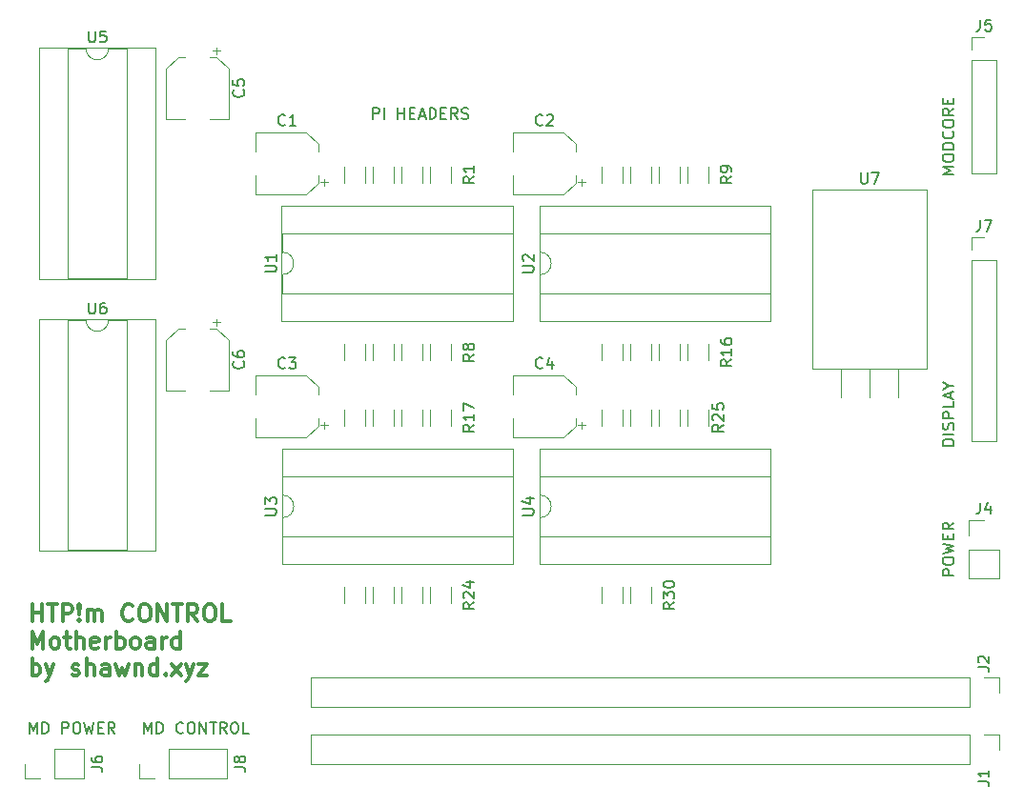
<source format=gto>
%TF.GenerationSoftware,KiCad,Pcbnew,7.0.8*%
%TF.CreationDate,2023-10-23T01:27:40-07:00*%
%TF.ProjectId,motherboard,6d6f7468-6572-4626-9f61-72642e6b6963,1*%
%TF.SameCoordinates,Original*%
%TF.FileFunction,Legend,Top*%
%TF.FilePolarity,Positive*%
%FSLAX46Y46*%
G04 Gerber Fmt 4.6, Leading zero omitted, Abs format (unit mm)*
G04 Created by KiCad (PCBNEW 7.0.8) date 2023-10-23 01:27:40*
%MOMM*%
%LPD*%
G01*
G04 APERTURE LIST*
%ADD10C,0.150000*%
%ADD11C,0.300000*%
%ADD12C,0.120000*%
G04 APERTURE END LIST*
D10*
X182749819Y-108989523D02*
X181749819Y-108989523D01*
X181749819Y-108989523D02*
X181749819Y-108608571D01*
X181749819Y-108608571D02*
X181797438Y-108513333D01*
X181797438Y-108513333D02*
X181845057Y-108465714D01*
X181845057Y-108465714D02*
X181940295Y-108418095D01*
X181940295Y-108418095D02*
X182083152Y-108418095D01*
X182083152Y-108418095D02*
X182178390Y-108465714D01*
X182178390Y-108465714D02*
X182226009Y-108513333D01*
X182226009Y-108513333D02*
X182273628Y-108608571D01*
X182273628Y-108608571D02*
X182273628Y-108989523D01*
X181749819Y-107799047D02*
X181749819Y-107608571D01*
X181749819Y-107608571D02*
X181797438Y-107513333D01*
X181797438Y-107513333D02*
X181892676Y-107418095D01*
X181892676Y-107418095D02*
X182083152Y-107370476D01*
X182083152Y-107370476D02*
X182416485Y-107370476D01*
X182416485Y-107370476D02*
X182606961Y-107418095D01*
X182606961Y-107418095D02*
X182702200Y-107513333D01*
X182702200Y-107513333D02*
X182749819Y-107608571D01*
X182749819Y-107608571D02*
X182749819Y-107799047D01*
X182749819Y-107799047D02*
X182702200Y-107894285D01*
X182702200Y-107894285D02*
X182606961Y-107989523D01*
X182606961Y-107989523D02*
X182416485Y-108037142D01*
X182416485Y-108037142D02*
X182083152Y-108037142D01*
X182083152Y-108037142D02*
X181892676Y-107989523D01*
X181892676Y-107989523D02*
X181797438Y-107894285D01*
X181797438Y-107894285D02*
X181749819Y-107799047D01*
X181749819Y-107037142D02*
X182749819Y-106799047D01*
X182749819Y-106799047D02*
X182035533Y-106608571D01*
X182035533Y-106608571D02*
X182749819Y-106418095D01*
X182749819Y-106418095D02*
X181749819Y-106180000D01*
X182226009Y-105799047D02*
X182226009Y-105465714D01*
X182749819Y-105322857D02*
X182749819Y-105799047D01*
X182749819Y-105799047D02*
X181749819Y-105799047D01*
X181749819Y-105799047D02*
X181749819Y-105322857D01*
X182749819Y-104322857D02*
X182273628Y-104656190D01*
X182749819Y-104894285D02*
X181749819Y-104894285D01*
X181749819Y-104894285D02*
X181749819Y-104513333D01*
X181749819Y-104513333D02*
X181797438Y-104418095D01*
X181797438Y-104418095D02*
X181845057Y-104370476D01*
X181845057Y-104370476D02*
X181940295Y-104322857D01*
X181940295Y-104322857D02*
X182083152Y-104322857D01*
X182083152Y-104322857D02*
X182178390Y-104370476D01*
X182178390Y-104370476D02*
X182226009Y-104418095D01*
X182226009Y-104418095D02*
X182273628Y-104513333D01*
X182273628Y-104513333D02*
X182273628Y-104894285D01*
X182749819Y-97453220D02*
X181749819Y-97453220D01*
X181749819Y-97453220D02*
X181749819Y-97215125D01*
X181749819Y-97215125D02*
X181797438Y-97072268D01*
X181797438Y-97072268D02*
X181892676Y-96977030D01*
X181892676Y-96977030D02*
X181987914Y-96929411D01*
X181987914Y-96929411D02*
X182178390Y-96881792D01*
X182178390Y-96881792D02*
X182321247Y-96881792D01*
X182321247Y-96881792D02*
X182511723Y-96929411D01*
X182511723Y-96929411D02*
X182606961Y-96977030D01*
X182606961Y-96977030D02*
X182702200Y-97072268D01*
X182702200Y-97072268D02*
X182749819Y-97215125D01*
X182749819Y-97215125D02*
X182749819Y-97453220D01*
X182749819Y-96453220D02*
X181749819Y-96453220D01*
X182702200Y-96024649D02*
X182749819Y-95881792D01*
X182749819Y-95881792D02*
X182749819Y-95643697D01*
X182749819Y-95643697D02*
X182702200Y-95548459D01*
X182702200Y-95548459D02*
X182654580Y-95500840D01*
X182654580Y-95500840D02*
X182559342Y-95453221D01*
X182559342Y-95453221D02*
X182464104Y-95453221D01*
X182464104Y-95453221D02*
X182368866Y-95500840D01*
X182368866Y-95500840D02*
X182321247Y-95548459D01*
X182321247Y-95548459D02*
X182273628Y-95643697D01*
X182273628Y-95643697D02*
X182226009Y-95834173D01*
X182226009Y-95834173D02*
X182178390Y-95929411D01*
X182178390Y-95929411D02*
X182130771Y-95977030D01*
X182130771Y-95977030D02*
X182035533Y-96024649D01*
X182035533Y-96024649D02*
X181940295Y-96024649D01*
X181940295Y-96024649D02*
X181845057Y-95977030D01*
X181845057Y-95977030D02*
X181797438Y-95929411D01*
X181797438Y-95929411D02*
X181749819Y-95834173D01*
X181749819Y-95834173D02*
X181749819Y-95596078D01*
X181749819Y-95596078D02*
X181797438Y-95453221D01*
X182749819Y-95024649D02*
X181749819Y-95024649D01*
X181749819Y-95024649D02*
X181749819Y-94643697D01*
X181749819Y-94643697D02*
X181797438Y-94548459D01*
X181797438Y-94548459D02*
X181845057Y-94500840D01*
X181845057Y-94500840D02*
X181940295Y-94453221D01*
X181940295Y-94453221D02*
X182083152Y-94453221D01*
X182083152Y-94453221D02*
X182178390Y-94500840D01*
X182178390Y-94500840D02*
X182226009Y-94548459D01*
X182226009Y-94548459D02*
X182273628Y-94643697D01*
X182273628Y-94643697D02*
X182273628Y-95024649D01*
X182749819Y-93548459D02*
X182749819Y-94024649D01*
X182749819Y-94024649D02*
X181749819Y-94024649D01*
X182464104Y-93262744D02*
X182464104Y-92786554D01*
X182749819Y-93357982D02*
X181749819Y-93024649D01*
X181749819Y-93024649D02*
X182749819Y-92691316D01*
X182273628Y-92167506D02*
X182749819Y-92167506D01*
X181749819Y-92500839D02*
X182273628Y-92167506D01*
X182273628Y-92167506D02*
X181749819Y-91834173D01*
X110826779Y-123059819D02*
X110826779Y-122059819D01*
X110826779Y-122059819D02*
X111160112Y-122774104D01*
X111160112Y-122774104D02*
X111493445Y-122059819D01*
X111493445Y-122059819D02*
X111493445Y-123059819D01*
X111969636Y-123059819D02*
X111969636Y-122059819D01*
X111969636Y-122059819D02*
X112207731Y-122059819D01*
X112207731Y-122059819D02*
X112350588Y-122107438D01*
X112350588Y-122107438D02*
X112445826Y-122202676D01*
X112445826Y-122202676D02*
X112493445Y-122297914D01*
X112493445Y-122297914D02*
X112541064Y-122488390D01*
X112541064Y-122488390D02*
X112541064Y-122631247D01*
X112541064Y-122631247D02*
X112493445Y-122821723D01*
X112493445Y-122821723D02*
X112445826Y-122916961D01*
X112445826Y-122916961D02*
X112350588Y-123012200D01*
X112350588Y-123012200D02*
X112207731Y-123059819D01*
X112207731Y-123059819D02*
X111969636Y-123059819D01*
X114302969Y-122964580D02*
X114255350Y-123012200D01*
X114255350Y-123012200D02*
X114112493Y-123059819D01*
X114112493Y-123059819D02*
X114017255Y-123059819D01*
X114017255Y-123059819D02*
X113874398Y-123012200D01*
X113874398Y-123012200D02*
X113779160Y-122916961D01*
X113779160Y-122916961D02*
X113731541Y-122821723D01*
X113731541Y-122821723D02*
X113683922Y-122631247D01*
X113683922Y-122631247D02*
X113683922Y-122488390D01*
X113683922Y-122488390D02*
X113731541Y-122297914D01*
X113731541Y-122297914D02*
X113779160Y-122202676D01*
X113779160Y-122202676D02*
X113874398Y-122107438D01*
X113874398Y-122107438D02*
X114017255Y-122059819D01*
X114017255Y-122059819D02*
X114112493Y-122059819D01*
X114112493Y-122059819D02*
X114255350Y-122107438D01*
X114255350Y-122107438D02*
X114302969Y-122155057D01*
X114922017Y-122059819D02*
X115112493Y-122059819D01*
X115112493Y-122059819D02*
X115207731Y-122107438D01*
X115207731Y-122107438D02*
X115302969Y-122202676D01*
X115302969Y-122202676D02*
X115350588Y-122393152D01*
X115350588Y-122393152D02*
X115350588Y-122726485D01*
X115350588Y-122726485D02*
X115302969Y-122916961D01*
X115302969Y-122916961D02*
X115207731Y-123012200D01*
X115207731Y-123012200D02*
X115112493Y-123059819D01*
X115112493Y-123059819D02*
X114922017Y-123059819D01*
X114922017Y-123059819D02*
X114826779Y-123012200D01*
X114826779Y-123012200D02*
X114731541Y-122916961D01*
X114731541Y-122916961D02*
X114683922Y-122726485D01*
X114683922Y-122726485D02*
X114683922Y-122393152D01*
X114683922Y-122393152D02*
X114731541Y-122202676D01*
X114731541Y-122202676D02*
X114826779Y-122107438D01*
X114826779Y-122107438D02*
X114922017Y-122059819D01*
X115779160Y-123059819D02*
X115779160Y-122059819D01*
X115779160Y-122059819D02*
X116350588Y-123059819D01*
X116350588Y-123059819D02*
X116350588Y-122059819D01*
X116683922Y-122059819D02*
X117255350Y-122059819D01*
X116969636Y-123059819D02*
X116969636Y-122059819D01*
X118160112Y-123059819D02*
X117826779Y-122583628D01*
X117588684Y-123059819D02*
X117588684Y-122059819D01*
X117588684Y-122059819D02*
X117969636Y-122059819D01*
X117969636Y-122059819D02*
X118064874Y-122107438D01*
X118064874Y-122107438D02*
X118112493Y-122155057D01*
X118112493Y-122155057D02*
X118160112Y-122250295D01*
X118160112Y-122250295D02*
X118160112Y-122393152D01*
X118160112Y-122393152D02*
X118112493Y-122488390D01*
X118112493Y-122488390D02*
X118064874Y-122536009D01*
X118064874Y-122536009D02*
X117969636Y-122583628D01*
X117969636Y-122583628D02*
X117588684Y-122583628D01*
X118779160Y-122059819D02*
X118969636Y-122059819D01*
X118969636Y-122059819D02*
X119064874Y-122107438D01*
X119064874Y-122107438D02*
X119160112Y-122202676D01*
X119160112Y-122202676D02*
X119207731Y-122393152D01*
X119207731Y-122393152D02*
X119207731Y-122726485D01*
X119207731Y-122726485D02*
X119160112Y-122916961D01*
X119160112Y-122916961D02*
X119064874Y-123012200D01*
X119064874Y-123012200D02*
X118969636Y-123059819D01*
X118969636Y-123059819D02*
X118779160Y-123059819D01*
X118779160Y-123059819D02*
X118683922Y-123012200D01*
X118683922Y-123012200D02*
X118588684Y-122916961D01*
X118588684Y-122916961D02*
X118541065Y-122726485D01*
X118541065Y-122726485D02*
X118541065Y-122393152D01*
X118541065Y-122393152D02*
X118588684Y-122202676D01*
X118588684Y-122202676D02*
X118683922Y-122107438D01*
X118683922Y-122107438D02*
X118779160Y-122059819D01*
X120112493Y-123059819D02*
X119636303Y-123059819D01*
X119636303Y-123059819D02*
X119636303Y-122059819D01*
X131146779Y-68449819D02*
X131146779Y-67449819D01*
X131146779Y-67449819D02*
X131527731Y-67449819D01*
X131527731Y-67449819D02*
X131622969Y-67497438D01*
X131622969Y-67497438D02*
X131670588Y-67545057D01*
X131670588Y-67545057D02*
X131718207Y-67640295D01*
X131718207Y-67640295D02*
X131718207Y-67783152D01*
X131718207Y-67783152D02*
X131670588Y-67878390D01*
X131670588Y-67878390D02*
X131622969Y-67926009D01*
X131622969Y-67926009D02*
X131527731Y-67973628D01*
X131527731Y-67973628D02*
X131146779Y-67973628D01*
X132146779Y-68449819D02*
X132146779Y-67449819D01*
X133384874Y-68449819D02*
X133384874Y-67449819D01*
X133384874Y-67926009D02*
X133956302Y-67926009D01*
X133956302Y-68449819D02*
X133956302Y-67449819D01*
X134432493Y-67926009D02*
X134765826Y-67926009D01*
X134908683Y-68449819D02*
X134432493Y-68449819D01*
X134432493Y-68449819D02*
X134432493Y-67449819D01*
X134432493Y-67449819D02*
X134908683Y-67449819D01*
X135289636Y-68164104D02*
X135765826Y-68164104D01*
X135194398Y-68449819D02*
X135527731Y-67449819D01*
X135527731Y-67449819D02*
X135861064Y-68449819D01*
X136194398Y-68449819D02*
X136194398Y-67449819D01*
X136194398Y-67449819D02*
X136432493Y-67449819D01*
X136432493Y-67449819D02*
X136575350Y-67497438D01*
X136575350Y-67497438D02*
X136670588Y-67592676D01*
X136670588Y-67592676D02*
X136718207Y-67687914D01*
X136718207Y-67687914D02*
X136765826Y-67878390D01*
X136765826Y-67878390D02*
X136765826Y-68021247D01*
X136765826Y-68021247D02*
X136718207Y-68211723D01*
X136718207Y-68211723D02*
X136670588Y-68306961D01*
X136670588Y-68306961D02*
X136575350Y-68402200D01*
X136575350Y-68402200D02*
X136432493Y-68449819D01*
X136432493Y-68449819D02*
X136194398Y-68449819D01*
X137194398Y-67926009D02*
X137527731Y-67926009D01*
X137670588Y-68449819D02*
X137194398Y-68449819D01*
X137194398Y-68449819D02*
X137194398Y-67449819D01*
X137194398Y-67449819D02*
X137670588Y-67449819D01*
X138670588Y-68449819D02*
X138337255Y-67973628D01*
X138099160Y-68449819D02*
X138099160Y-67449819D01*
X138099160Y-67449819D02*
X138480112Y-67449819D01*
X138480112Y-67449819D02*
X138575350Y-67497438D01*
X138575350Y-67497438D02*
X138622969Y-67545057D01*
X138622969Y-67545057D02*
X138670588Y-67640295D01*
X138670588Y-67640295D02*
X138670588Y-67783152D01*
X138670588Y-67783152D02*
X138622969Y-67878390D01*
X138622969Y-67878390D02*
X138575350Y-67926009D01*
X138575350Y-67926009D02*
X138480112Y-67973628D01*
X138480112Y-67973628D02*
X138099160Y-67973628D01*
X139051541Y-68402200D02*
X139194398Y-68449819D01*
X139194398Y-68449819D02*
X139432493Y-68449819D01*
X139432493Y-68449819D02*
X139527731Y-68402200D01*
X139527731Y-68402200D02*
X139575350Y-68354580D01*
X139575350Y-68354580D02*
X139622969Y-68259342D01*
X139622969Y-68259342D02*
X139622969Y-68164104D01*
X139622969Y-68164104D02*
X139575350Y-68068866D01*
X139575350Y-68068866D02*
X139527731Y-68021247D01*
X139527731Y-68021247D02*
X139432493Y-67973628D01*
X139432493Y-67973628D02*
X139242017Y-67926009D01*
X139242017Y-67926009D02*
X139146779Y-67878390D01*
X139146779Y-67878390D02*
X139099160Y-67830771D01*
X139099160Y-67830771D02*
X139051541Y-67735533D01*
X139051541Y-67735533D02*
X139051541Y-67640295D01*
X139051541Y-67640295D02*
X139099160Y-67545057D01*
X139099160Y-67545057D02*
X139146779Y-67497438D01*
X139146779Y-67497438D02*
X139242017Y-67449819D01*
X139242017Y-67449819D02*
X139480112Y-67449819D01*
X139480112Y-67449819D02*
X139622969Y-67497438D01*
X182749819Y-73323220D02*
X181749819Y-73323220D01*
X181749819Y-73323220D02*
X182464104Y-72989887D01*
X182464104Y-72989887D02*
X181749819Y-72656554D01*
X181749819Y-72656554D02*
X182749819Y-72656554D01*
X181749819Y-71989887D02*
X181749819Y-71799411D01*
X181749819Y-71799411D02*
X181797438Y-71704173D01*
X181797438Y-71704173D02*
X181892676Y-71608935D01*
X181892676Y-71608935D02*
X182083152Y-71561316D01*
X182083152Y-71561316D02*
X182416485Y-71561316D01*
X182416485Y-71561316D02*
X182606961Y-71608935D01*
X182606961Y-71608935D02*
X182702200Y-71704173D01*
X182702200Y-71704173D02*
X182749819Y-71799411D01*
X182749819Y-71799411D02*
X182749819Y-71989887D01*
X182749819Y-71989887D02*
X182702200Y-72085125D01*
X182702200Y-72085125D02*
X182606961Y-72180363D01*
X182606961Y-72180363D02*
X182416485Y-72227982D01*
X182416485Y-72227982D02*
X182083152Y-72227982D01*
X182083152Y-72227982D02*
X181892676Y-72180363D01*
X181892676Y-72180363D02*
X181797438Y-72085125D01*
X181797438Y-72085125D02*
X181749819Y-71989887D01*
X182749819Y-71132744D02*
X181749819Y-71132744D01*
X181749819Y-71132744D02*
X181749819Y-70894649D01*
X181749819Y-70894649D02*
X181797438Y-70751792D01*
X181797438Y-70751792D02*
X181892676Y-70656554D01*
X181892676Y-70656554D02*
X181987914Y-70608935D01*
X181987914Y-70608935D02*
X182178390Y-70561316D01*
X182178390Y-70561316D02*
X182321247Y-70561316D01*
X182321247Y-70561316D02*
X182511723Y-70608935D01*
X182511723Y-70608935D02*
X182606961Y-70656554D01*
X182606961Y-70656554D02*
X182702200Y-70751792D01*
X182702200Y-70751792D02*
X182749819Y-70894649D01*
X182749819Y-70894649D02*
X182749819Y-71132744D01*
X182654580Y-69561316D02*
X182702200Y-69608935D01*
X182702200Y-69608935D02*
X182749819Y-69751792D01*
X182749819Y-69751792D02*
X182749819Y-69847030D01*
X182749819Y-69847030D02*
X182702200Y-69989887D01*
X182702200Y-69989887D02*
X182606961Y-70085125D01*
X182606961Y-70085125D02*
X182511723Y-70132744D01*
X182511723Y-70132744D02*
X182321247Y-70180363D01*
X182321247Y-70180363D02*
X182178390Y-70180363D01*
X182178390Y-70180363D02*
X181987914Y-70132744D01*
X181987914Y-70132744D02*
X181892676Y-70085125D01*
X181892676Y-70085125D02*
X181797438Y-69989887D01*
X181797438Y-69989887D02*
X181749819Y-69847030D01*
X181749819Y-69847030D02*
X181749819Y-69751792D01*
X181749819Y-69751792D02*
X181797438Y-69608935D01*
X181797438Y-69608935D02*
X181845057Y-69561316D01*
X181749819Y-68942268D02*
X181749819Y-68751792D01*
X181749819Y-68751792D02*
X181797438Y-68656554D01*
X181797438Y-68656554D02*
X181892676Y-68561316D01*
X181892676Y-68561316D02*
X182083152Y-68513697D01*
X182083152Y-68513697D02*
X182416485Y-68513697D01*
X182416485Y-68513697D02*
X182606961Y-68561316D01*
X182606961Y-68561316D02*
X182702200Y-68656554D01*
X182702200Y-68656554D02*
X182749819Y-68751792D01*
X182749819Y-68751792D02*
X182749819Y-68942268D01*
X182749819Y-68942268D02*
X182702200Y-69037506D01*
X182702200Y-69037506D02*
X182606961Y-69132744D01*
X182606961Y-69132744D02*
X182416485Y-69180363D01*
X182416485Y-69180363D02*
X182083152Y-69180363D01*
X182083152Y-69180363D02*
X181892676Y-69132744D01*
X181892676Y-69132744D02*
X181797438Y-69037506D01*
X181797438Y-69037506D02*
X181749819Y-68942268D01*
X182749819Y-67513697D02*
X182273628Y-67847030D01*
X182749819Y-68085125D02*
X181749819Y-68085125D01*
X181749819Y-68085125D02*
X181749819Y-67704173D01*
X181749819Y-67704173D02*
X181797438Y-67608935D01*
X181797438Y-67608935D02*
X181845057Y-67561316D01*
X181845057Y-67561316D02*
X181940295Y-67513697D01*
X181940295Y-67513697D02*
X182083152Y-67513697D01*
X182083152Y-67513697D02*
X182178390Y-67561316D01*
X182178390Y-67561316D02*
X182226009Y-67608935D01*
X182226009Y-67608935D02*
X182273628Y-67704173D01*
X182273628Y-67704173D02*
X182273628Y-68085125D01*
X182226009Y-67085125D02*
X182226009Y-66751792D01*
X182749819Y-66608935D02*
X182749819Y-67085125D01*
X182749819Y-67085125D02*
X181749819Y-67085125D01*
X181749819Y-67085125D02*
X181749819Y-66608935D01*
D11*
X100884510Y-113080828D02*
X100884510Y-111580828D01*
X100884510Y-112295114D02*
X101741653Y-112295114D01*
X101741653Y-113080828D02*
X101741653Y-111580828D01*
X102241654Y-111580828D02*
X103098797Y-111580828D01*
X102670225Y-113080828D02*
X102670225Y-111580828D01*
X103598796Y-113080828D02*
X103598796Y-111580828D01*
X103598796Y-111580828D02*
X104170225Y-111580828D01*
X104170225Y-111580828D02*
X104313082Y-111652257D01*
X104313082Y-111652257D02*
X104384511Y-111723685D01*
X104384511Y-111723685D02*
X104455939Y-111866542D01*
X104455939Y-111866542D02*
X104455939Y-112080828D01*
X104455939Y-112080828D02*
X104384511Y-112223685D01*
X104384511Y-112223685D02*
X104313082Y-112295114D01*
X104313082Y-112295114D02*
X104170225Y-112366542D01*
X104170225Y-112366542D02*
X103598796Y-112366542D01*
X105098796Y-112937971D02*
X105170225Y-113009400D01*
X105170225Y-113009400D02*
X105098796Y-113080828D01*
X105098796Y-113080828D02*
X105027368Y-113009400D01*
X105027368Y-113009400D02*
X105098796Y-112937971D01*
X105098796Y-112937971D02*
X105098796Y-113080828D01*
X105098796Y-112509400D02*
X105027368Y-111652257D01*
X105027368Y-111652257D02*
X105098796Y-111580828D01*
X105098796Y-111580828D02*
X105170225Y-111652257D01*
X105170225Y-111652257D02*
X105098796Y-112509400D01*
X105098796Y-112509400D02*
X105098796Y-111580828D01*
X105813082Y-113080828D02*
X105813082Y-112080828D01*
X105813082Y-112223685D02*
X105884511Y-112152257D01*
X105884511Y-112152257D02*
X106027368Y-112080828D01*
X106027368Y-112080828D02*
X106241654Y-112080828D01*
X106241654Y-112080828D02*
X106384511Y-112152257D01*
X106384511Y-112152257D02*
X106455940Y-112295114D01*
X106455940Y-112295114D02*
X106455940Y-113080828D01*
X106455940Y-112295114D02*
X106527368Y-112152257D01*
X106527368Y-112152257D02*
X106670225Y-112080828D01*
X106670225Y-112080828D02*
X106884511Y-112080828D01*
X106884511Y-112080828D02*
X107027368Y-112152257D01*
X107027368Y-112152257D02*
X107098797Y-112295114D01*
X107098797Y-112295114D02*
X107098797Y-113080828D01*
X109813082Y-112937971D02*
X109741654Y-113009400D01*
X109741654Y-113009400D02*
X109527368Y-113080828D01*
X109527368Y-113080828D02*
X109384511Y-113080828D01*
X109384511Y-113080828D02*
X109170225Y-113009400D01*
X109170225Y-113009400D02*
X109027368Y-112866542D01*
X109027368Y-112866542D02*
X108955939Y-112723685D01*
X108955939Y-112723685D02*
X108884511Y-112437971D01*
X108884511Y-112437971D02*
X108884511Y-112223685D01*
X108884511Y-112223685D02*
X108955939Y-111937971D01*
X108955939Y-111937971D02*
X109027368Y-111795114D01*
X109027368Y-111795114D02*
X109170225Y-111652257D01*
X109170225Y-111652257D02*
X109384511Y-111580828D01*
X109384511Y-111580828D02*
X109527368Y-111580828D01*
X109527368Y-111580828D02*
X109741654Y-111652257D01*
X109741654Y-111652257D02*
X109813082Y-111723685D01*
X110741654Y-111580828D02*
X111027368Y-111580828D01*
X111027368Y-111580828D02*
X111170225Y-111652257D01*
X111170225Y-111652257D02*
X111313082Y-111795114D01*
X111313082Y-111795114D02*
X111384511Y-112080828D01*
X111384511Y-112080828D02*
X111384511Y-112580828D01*
X111384511Y-112580828D02*
X111313082Y-112866542D01*
X111313082Y-112866542D02*
X111170225Y-113009400D01*
X111170225Y-113009400D02*
X111027368Y-113080828D01*
X111027368Y-113080828D02*
X110741654Y-113080828D01*
X110741654Y-113080828D02*
X110598797Y-113009400D01*
X110598797Y-113009400D02*
X110455939Y-112866542D01*
X110455939Y-112866542D02*
X110384511Y-112580828D01*
X110384511Y-112580828D02*
X110384511Y-112080828D01*
X110384511Y-112080828D02*
X110455939Y-111795114D01*
X110455939Y-111795114D02*
X110598797Y-111652257D01*
X110598797Y-111652257D02*
X110741654Y-111580828D01*
X112027368Y-113080828D02*
X112027368Y-111580828D01*
X112027368Y-111580828D02*
X112884511Y-113080828D01*
X112884511Y-113080828D02*
X112884511Y-111580828D01*
X113384512Y-111580828D02*
X114241655Y-111580828D01*
X113813083Y-113080828D02*
X113813083Y-111580828D01*
X115598797Y-113080828D02*
X115098797Y-112366542D01*
X114741654Y-113080828D02*
X114741654Y-111580828D01*
X114741654Y-111580828D02*
X115313083Y-111580828D01*
X115313083Y-111580828D02*
X115455940Y-111652257D01*
X115455940Y-111652257D02*
X115527369Y-111723685D01*
X115527369Y-111723685D02*
X115598797Y-111866542D01*
X115598797Y-111866542D02*
X115598797Y-112080828D01*
X115598797Y-112080828D02*
X115527369Y-112223685D01*
X115527369Y-112223685D02*
X115455940Y-112295114D01*
X115455940Y-112295114D02*
X115313083Y-112366542D01*
X115313083Y-112366542D02*
X114741654Y-112366542D01*
X116527369Y-111580828D02*
X116813083Y-111580828D01*
X116813083Y-111580828D02*
X116955940Y-111652257D01*
X116955940Y-111652257D02*
X117098797Y-111795114D01*
X117098797Y-111795114D02*
X117170226Y-112080828D01*
X117170226Y-112080828D02*
X117170226Y-112580828D01*
X117170226Y-112580828D02*
X117098797Y-112866542D01*
X117098797Y-112866542D02*
X116955940Y-113009400D01*
X116955940Y-113009400D02*
X116813083Y-113080828D01*
X116813083Y-113080828D02*
X116527369Y-113080828D01*
X116527369Y-113080828D02*
X116384512Y-113009400D01*
X116384512Y-113009400D02*
X116241654Y-112866542D01*
X116241654Y-112866542D02*
X116170226Y-112580828D01*
X116170226Y-112580828D02*
X116170226Y-112080828D01*
X116170226Y-112080828D02*
X116241654Y-111795114D01*
X116241654Y-111795114D02*
X116384512Y-111652257D01*
X116384512Y-111652257D02*
X116527369Y-111580828D01*
X118527369Y-113080828D02*
X117813083Y-113080828D01*
X117813083Y-113080828D02*
X117813083Y-111580828D01*
X100884510Y-115495828D02*
X100884510Y-113995828D01*
X100884510Y-113995828D02*
X101384510Y-115067257D01*
X101384510Y-115067257D02*
X101884510Y-113995828D01*
X101884510Y-113995828D02*
X101884510Y-115495828D01*
X102813082Y-115495828D02*
X102670225Y-115424400D01*
X102670225Y-115424400D02*
X102598796Y-115352971D01*
X102598796Y-115352971D02*
X102527368Y-115210114D01*
X102527368Y-115210114D02*
X102527368Y-114781542D01*
X102527368Y-114781542D02*
X102598796Y-114638685D01*
X102598796Y-114638685D02*
X102670225Y-114567257D01*
X102670225Y-114567257D02*
X102813082Y-114495828D01*
X102813082Y-114495828D02*
X103027368Y-114495828D01*
X103027368Y-114495828D02*
X103170225Y-114567257D01*
X103170225Y-114567257D02*
X103241654Y-114638685D01*
X103241654Y-114638685D02*
X103313082Y-114781542D01*
X103313082Y-114781542D02*
X103313082Y-115210114D01*
X103313082Y-115210114D02*
X103241654Y-115352971D01*
X103241654Y-115352971D02*
X103170225Y-115424400D01*
X103170225Y-115424400D02*
X103027368Y-115495828D01*
X103027368Y-115495828D02*
X102813082Y-115495828D01*
X103741654Y-114495828D02*
X104313082Y-114495828D01*
X103955939Y-113995828D02*
X103955939Y-115281542D01*
X103955939Y-115281542D02*
X104027368Y-115424400D01*
X104027368Y-115424400D02*
X104170225Y-115495828D01*
X104170225Y-115495828D02*
X104313082Y-115495828D01*
X104813082Y-115495828D02*
X104813082Y-113995828D01*
X105455940Y-115495828D02*
X105455940Y-114710114D01*
X105455940Y-114710114D02*
X105384511Y-114567257D01*
X105384511Y-114567257D02*
X105241654Y-114495828D01*
X105241654Y-114495828D02*
X105027368Y-114495828D01*
X105027368Y-114495828D02*
X104884511Y-114567257D01*
X104884511Y-114567257D02*
X104813082Y-114638685D01*
X106741654Y-115424400D02*
X106598797Y-115495828D01*
X106598797Y-115495828D02*
X106313083Y-115495828D01*
X106313083Y-115495828D02*
X106170225Y-115424400D01*
X106170225Y-115424400D02*
X106098797Y-115281542D01*
X106098797Y-115281542D02*
X106098797Y-114710114D01*
X106098797Y-114710114D02*
X106170225Y-114567257D01*
X106170225Y-114567257D02*
X106313083Y-114495828D01*
X106313083Y-114495828D02*
X106598797Y-114495828D01*
X106598797Y-114495828D02*
X106741654Y-114567257D01*
X106741654Y-114567257D02*
X106813083Y-114710114D01*
X106813083Y-114710114D02*
X106813083Y-114852971D01*
X106813083Y-114852971D02*
X106098797Y-114995828D01*
X107455939Y-115495828D02*
X107455939Y-114495828D01*
X107455939Y-114781542D02*
X107527368Y-114638685D01*
X107527368Y-114638685D02*
X107598797Y-114567257D01*
X107598797Y-114567257D02*
X107741654Y-114495828D01*
X107741654Y-114495828D02*
X107884511Y-114495828D01*
X108384510Y-115495828D02*
X108384510Y-113995828D01*
X108384510Y-114567257D02*
X108527368Y-114495828D01*
X108527368Y-114495828D02*
X108813082Y-114495828D01*
X108813082Y-114495828D02*
X108955939Y-114567257D01*
X108955939Y-114567257D02*
X109027368Y-114638685D01*
X109027368Y-114638685D02*
X109098796Y-114781542D01*
X109098796Y-114781542D02*
X109098796Y-115210114D01*
X109098796Y-115210114D02*
X109027368Y-115352971D01*
X109027368Y-115352971D02*
X108955939Y-115424400D01*
X108955939Y-115424400D02*
X108813082Y-115495828D01*
X108813082Y-115495828D02*
X108527368Y-115495828D01*
X108527368Y-115495828D02*
X108384510Y-115424400D01*
X109955939Y-115495828D02*
X109813082Y-115424400D01*
X109813082Y-115424400D02*
X109741653Y-115352971D01*
X109741653Y-115352971D02*
X109670225Y-115210114D01*
X109670225Y-115210114D02*
X109670225Y-114781542D01*
X109670225Y-114781542D02*
X109741653Y-114638685D01*
X109741653Y-114638685D02*
X109813082Y-114567257D01*
X109813082Y-114567257D02*
X109955939Y-114495828D01*
X109955939Y-114495828D02*
X110170225Y-114495828D01*
X110170225Y-114495828D02*
X110313082Y-114567257D01*
X110313082Y-114567257D02*
X110384511Y-114638685D01*
X110384511Y-114638685D02*
X110455939Y-114781542D01*
X110455939Y-114781542D02*
X110455939Y-115210114D01*
X110455939Y-115210114D02*
X110384511Y-115352971D01*
X110384511Y-115352971D02*
X110313082Y-115424400D01*
X110313082Y-115424400D02*
X110170225Y-115495828D01*
X110170225Y-115495828D02*
X109955939Y-115495828D01*
X111741654Y-115495828D02*
X111741654Y-114710114D01*
X111741654Y-114710114D02*
X111670225Y-114567257D01*
X111670225Y-114567257D02*
X111527368Y-114495828D01*
X111527368Y-114495828D02*
X111241654Y-114495828D01*
X111241654Y-114495828D02*
X111098796Y-114567257D01*
X111741654Y-115424400D02*
X111598796Y-115495828D01*
X111598796Y-115495828D02*
X111241654Y-115495828D01*
X111241654Y-115495828D02*
X111098796Y-115424400D01*
X111098796Y-115424400D02*
X111027368Y-115281542D01*
X111027368Y-115281542D02*
X111027368Y-115138685D01*
X111027368Y-115138685D02*
X111098796Y-114995828D01*
X111098796Y-114995828D02*
X111241654Y-114924400D01*
X111241654Y-114924400D02*
X111598796Y-114924400D01*
X111598796Y-114924400D02*
X111741654Y-114852971D01*
X112455939Y-115495828D02*
X112455939Y-114495828D01*
X112455939Y-114781542D02*
X112527368Y-114638685D01*
X112527368Y-114638685D02*
X112598797Y-114567257D01*
X112598797Y-114567257D02*
X112741654Y-114495828D01*
X112741654Y-114495828D02*
X112884511Y-114495828D01*
X114027368Y-115495828D02*
X114027368Y-113995828D01*
X114027368Y-115424400D02*
X113884510Y-115495828D01*
X113884510Y-115495828D02*
X113598796Y-115495828D01*
X113598796Y-115495828D02*
X113455939Y-115424400D01*
X113455939Y-115424400D02*
X113384510Y-115352971D01*
X113384510Y-115352971D02*
X113313082Y-115210114D01*
X113313082Y-115210114D02*
X113313082Y-114781542D01*
X113313082Y-114781542D02*
X113384510Y-114638685D01*
X113384510Y-114638685D02*
X113455939Y-114567257D01*
X113455939Y-114567257D02*
X113598796Y-114495828D01*
X113598796Y-114495828D02*
X113884510Y-114495828D01*
X113884510Y-114495828D02*
X114027368Y-114567257D01*
X100884510Y-117910828D02*
X100884510Y-116410828D01*
X100884510Y-116982257D02*
X101027368Y-116910828D01*
X101027368Y-116910828D02*
X101313082Y-116910828D01*
X101313082Y-116910828D02*
X101455939Y-116982257D01*
X101455939Y-116982257D02*
X101527368Y-117053685D01*
X101527368Y-117053685D02*
X101598796Y-117196542D01*
X101598796Y-117196542D02*
X101598796Y-117625114D01*
X101598796Y-117625114D02*
X101527368Y-117767971D01*
X101527368Y-117767971D02*
X101455939Y-117839400D01*
X101455939Y-117839400D02*
X101313082Y-117910828D01*
X101313082Y-117910828D02*
X101027368Y-117910828D01*
X101027368Y-117910828D02*
X100884510Y-117839400D01*
X102098796Y-116910828D02*
X102455939Y-117910828D01*
X102813082Y-116910828D02*
X102455939Y-117910828D01*
X102455939Y-117910828D02*
X102313082Y-118267971D01*
X102313082Y-118267971D02*
X102241653Y-118339400D01*
X102241653Y-118339400D02*
X102098796Y-118410828D01*
X104455939Y-117839400D02*
X104598796Y-117910828D01*
X104598796Y-117910828D02*
X104884510Y-117910828D01*
X104884510Y-117910828D02*
X105027367Y-117839400D01*
X105027367Y-117839400D02*
X105098796Y-117696542D01*
X105098796Y-117696542D02*
X105098796Y-117625114D01*
X105098796Y-117625114D02*
X105027367Y-117482257D01*
X105027367Y-117482257D02*
X104884510Y-117410828D01*
X104884510Y-117410828D02*
X104670225Y-117410828D01*
X104670225Y-117410828D02*
X104527367Y-117339400D01*
X104527367Y-117339400D02*
X104455939Y-117196542D01*
X104455939Y-117196542D02*
X104455939Y-117125114D01*
X104455939Y-117125114D02*
X104527367Y-116982257D01*
X104527367Y-116982257D02*
X104670225Y-116910828D01*
X104670225Y-116910828D02*
X104884510Y-116910828D01*
X104884510Y-116910828D02*
X105027367Y-116982257D01*
X105741653Y-117910828D02*
X105741653Y-116410828D01*
X106384511Y-117910828D02*
X106384511Y-117125114D01*
X106384511Y-117125114D02*
X106313082Y-116982257D01*
X106313082Y-116982257D02*
X106170225Y-116910828D01*
X106170225Y-116910828D02*
X105955939Y-116910828D01*
X105955939Y-116910828D02*
X105813082Y-116982257D01*
X105813082Y-116982257D02*
X105741653Y-117053685D01*
X107741654Y-117910828D02*
X107741654Y-117125114D01*
X107741654Y-117125114D02*
X107670225Y-116982257D01*
X107670225Y-116982257D02*
X107527368Y-116910828D01*
X107527368Y-116910828D02*
X107241654Y-116910828D01*
X107241654Y-116910828D02*
X107098796Y-116982257D01*
X107741654Y-117839400D02*
X107598796Y-117910828D01*
X107598796Y-117910828D02*
X107241654Y-117910828D01*
X107241654Y-117910828D02*
X107098796Y-117839400D01*
X107098796Y-117839400D02*
X107027368Y-117696542D01*
X107027368Y-117696542D02*
X107027368Y-117553685D01*
X107027368Y-117553685D02*
X107098796Y-117410828D01*
X107098796Y-117410828D02*
X107241654Y-117339400D01*
X107241654Y-117339400D02*
X107598796Y-117339400D01*
X107598796Y-117339400D02*
X107741654Y-117267971D01*
X108313082Y-116910828D02*
X108598797Y-117910828D01*
X108598797Y-117910828D02*
X108884511Y-117196542D01*
X108884511Y-117196542D02*
X109170225Y-117910828D01*
X109170225Y-117910828D02*
X109455939Y-116910828D01*
X110027368Y-116910828D02*
X110027368Y-117910828D01*
X110027368Y-117053685D02*
X110098797Y-116982257D01*
X110098797Y-116982257D02*
X110241654Y-116910828D01*
X110241654Y-116910828D02*
X110455940Y-116910828D01*
X110455940Y-116910828D02*
X110598797Y-116982257D01*
X110598797Y-116982257D02*
X110670226Y-117125114D01*
X110670226Y-117125114D02*
X110670226Y-117910828D01*
X112027369Y-117910828D02*
X112027369Y-116410828D01*
X112027369Y-117839400D02*
X111884511Y-117910828D01*
X111884511Y-117910828D02*
X111598797Y-117910828D01*
X111598797Y-117910828D02*
X111455940Y-117839400D01*
X111455940Y-117839400D02*
X111384511Y-117767971D01*
X111384511Y-117767971D02*
X111313083Y-117625114D01*
X111313083Y-117625114D02*
X111313083Y-117196542D01*
X111313083Y-117196542D02*
X111384511Y-117053685D01*
X111384511Y-117053685D02*
X111455940Y-116982257D01*
X111455940Y-116982257D02*
X111598797Y-116910828D01*
X111598797Y-116910828D02*
X111884511Y-116910828D01*
X111884511Y-116910828D02*
X112027369Y-116982257D01*
X112741654Y-117767971D02*
X112813083Y-117839400D01*
X112813083Y-117839400D02*
X112741654Y-117910828D01*
X112741654Y-117910828D02*
X112670226Y-117839400D01*
X112670226Y-117839400D02*
X112741654Y-117767971D01*
X112741654Y-117767971D02*
X112741654Y-117910828D01*
X113313083Y-117910828D02*
X114098798Y-116910828D01*
X113313083Y-116910828D02*
X114098798Y-117910828D01*
X114527369Y-116910828D02*
X114884512Y-117910828D01*
X115241655Y-116910828D02*
X114884512Y-117910828D01*
X114884512Y-117910828D02*
X114741655Y-118267971D01*
X114741655Y-118267971D02*
X114670226Y-118339400D01*
X114670226Y-118339400D02*
X114527369Y-118410828D01*
X115670226Y-116910828D02*
X116455941Y-116910828D01*
X116455941Y-116910828D02*
X115670226Y-117910828D01*
X115670226Y-117910828D02*
X116455941Y-117910828D01*
D10*
X100666779Y-123059819D02*
X100666779Y-122059819D01*
X100666779Y-122059819D02*
X101000112Y-122774104D01*
X101000112Y-122774104D02*
X101333445Y-122059819D01*
X101333445Y-122059819D02*
X101333445Y-123059819D01*
X101809636Y-123059819D02*
X101809636Y-122059819D01*
X101809636Y-122059819D02*
X102047731Y-122059819D01*
X102047731Y-122059819D02*
X102190588Y-122107438D01*
X102190588Y-122107438D02*
X102285826Y-122202676D01*
X102285826Y-122202676D02*
X102333445Y-122297914D01*
X102333445Y-122297914D02*
X102381064Y-122488390D01*
X102381064Y-122488390D02*
X102381064Y-122631247D01*
X102381064Y-122631247D02*
X102333445Y-122821723D01*
X102333445Y-122821723D02*
X102285826Y-122916961D01*
X102285826Y-122916961D02*
X102190588Y-123012200D01*
X102190588Y-123012200D02*
X102047731Y-123059819D01*
X102047731Y-123059819D02*
X101809636Y-123059819D01*
X103571541Y-123059819D02*
X103571541Y-122059819D01*
X103571541Y-122059819D02*
X103952493Y-122059819D01*
X103952493Y-122059819D02*
X104047731Y-122107438D01*
X104047731Y-122107438D02*
X104095350Y-122155057D01*
X104095350Y-122155057D02*
X104142969Y-122250295D01*
X104142969Y-122250295D02*
X104142969Y-122393152D01*
X104142969Y-122393152D02*
X104095350Y-122488390D01*
X104095350Y-122488390D02*
X104047731Y-122536009D01*
X104047731Y-122536009D02*
X103952493Y-122583628D01*
X103952493Y-122583628D02*
X103571541Y-122583628D01*
X104762017Y-122059819D02*
X104952493Y-122059819D01*
X104952493Y-122059819D02*
X105047731Y-122107438D01*
X105047731Y-122107438D02*
X105142969Y-122202676D01*
X105142969Y-122202676D02*
X105190588Y-122393152D01*
X105190588Y-122393152D02*
X105190588Y-122726485D01*
X105190588Y-122726485D02*
X105142969Y-122916961D01*
X105142969Y-122916961D02*
X105047731Y-123012200D01*
X105047731Y-123012200D02*
X104952493Y-123059819D01*
X104952493Y-123059819D02*
X104762017Y-123059819D01*
X104762017Y-123059819D02*
X104666779Y-123012200D01*
X104666779Y-123012200D02*
X104571541Y-122916961D01*
X104571541Y-122916961D02*
X104523922Y-122726485D01*
X104523922Y-122726485D02*
X104523922Y-122393152D01*
X104523922Y-122393152D02*
X104571541Y-122202676D01*
X104571541Y-122202676D02*
X104666779Y-122107438D01*
X104666779Y-122107438D02*
X104762017Y-122059819D01*
X105523922Y-122059819D02*
X105762017Y-123059819D01*
X105762017Y-123059819D02*
X105952493Y-122345533D01*
X105952493Y-122345533D02*
X106142969Y-123059819D01*
X106142969Y-123059819D02*
X106381065Y-122059819D01*
X106762017Y-122536009D02*
X107095350Y-122536009D01*
X107238207Y-123059819D02*
X106762017Y-123059819D01*
X106762017Y-123059819D02*
X106762017Y-122059819D01*
X106762017Y-122059819D02*
X107238207Y-122059819D01*
X108238207Y-123059819D02*
X107904874Y-122583628D01*
X107666779Y-123059819D02*
X107666779Y-122059819D01*
X107666779Y-122059819D02*
X108047731Y-122059819D01*
X108047731Y-122059819D02*
X108142969Y-122107438D01*
X108142969Y-122107438D02*
X108190588Y-122155057D01*
X108190588Y-122155057D02*
X108238207Y-122250295D01*
X108238207Y-122250295D02*
X108238207Y-122393152D01*
X108238207Y-122393152D02*
X108190588Y-122488390D01*
X108190588Y-122488390D02*
X108142969Y-122536009D01*
X108142969Y-122536009D02*
X108047731Y-122583628D01*
X108047731Y-122583628D02*
X107666779Y-122583628D01*
X121574819Y-82031904D02*
X122384342Y-82031904D01*
X122384342Y-82031904D02*
X122479580Y-81984285D01*
X122479580Y-81984285D02*
X122527200Y-81936666D01*
X122527200Y-81936666D02*
X122574819Y-81841428D01*
X122574819Y-81841428D02*
X122574819Y-81650952D01*
X122574819Y-81650952D02*
X122527200Y-81555714D01*
X122527200Y-81555714D02*
X122479580Y-81508095D01*
X122479580Y-81508095D02*
X122384342Y-81460476D01*
X122384342Y-81460476D02*
X121574819Y-81460476D01*
X122574819Y-80460476D02*
X122574819Y-81031904D01*
X122574819Y-80746190D02*
X121574819Y-80746190D01*
X121574819Y-80746190D02*
X121717676Y-80841428D01*
X121717676Y-80841428D02*
X121812914Y-80936666D01*
X121812914Y-80936666D02*
X121860533Y-81031904D01*
X184874819Y-117173333D02*
X185589104Y-117173333D01*
X185589104Y-117173333D02*
X185731961Y-117220952D01*
X185731961Y-117220952D02*
X185827200Y-117316190D01*
X185827200Y-117316190D02*
X185874819Y-117459047D01*
X185874819Y-117459047D02*
X185874819Y-117554285D01*
X184970057Y-116744761D02*
X184922438Y-116697142D01*
X184922438Y-116697142D02*
X184874819Y-116601904D01*
X184874819Y-116601904D02*
X184874819Y-116363809D01*
X184874819Y-116363809D02*
X184922438Y-116268571D01*
X184922438Y-116268571D02*
X184970057Y-116220952D01*
X184970057Y-116220952D02*
X185065295Y-116173333D01*
X185065295Y-116173333D02*
X185160533Y-116173333D01*
X185160533Y-116173333D02*
X185303390Y-116220952D01*
X185303390Y-116220952D02*
X185874819Y-116792380D01*
X185874819Y-116792380D02*
X185874819Y-116173333D01*
X144444819Y-82041904D02*
X145254342Y-82041904D01*
X145254342Y-82041904D02*
X145349580Y-81994285D01*
X145349580Y-81994285D02*
X145397200Y-81946666D01*
X145397200Y-81946666D02*
X145444819Y-81851428D01*
X145444819Y-81851428D02*
X145444819Y-81660952D01*
X145444819Y-81660952D02*
X145397200Y-81565714D01*
X145397200Y-81565714D02*
X145349580Y-81518095D01*
X145349580Y-81518095D02*
X145254342Y-81470476D01*
X145254342Y-81470476D02*
X144444819Y-81470476D01*
X144540057Y-81041904D02*
X144492438Y-80994285D01*
X144492438Y-80994285D02*
X144444819Y-80899047D01*
X144444819Y-80899047D02*
X144444819Y-80660952D01*
X144444819Y-80660952D02*
X144492438Y-80565714D01*
X144492438Y-80565714D02*
X144540057Y-80518095D01*
X144540057Y-80518095D02*
X144635295Y-80470476D01*
X144635295Y-80470476D02*
X144730533Y-80470476D01*
X144730533Y-80470476D02*
X144873390Y-80518095D01*
X144873390Y-80518095D02*
X145444819Y-81089523D01*
X145444819Y-81089523D02*
X145444819Y-80470476D01*
X121584819Y-103631904D02*
X122394342Y-103631904D01*
X122394342Y-103631904D02*
X122489580Y-103584285D01*
X122489580Y-103584285D02*
X122537200Y-103536666D01*
X122537200Y-103536666D02*
X122584819Y-103441428D01*
X122584819Y-103441428D02*
X122584819Y-103250952D01*
X122584819Y-103250952D02*
X122537200Y-103155714D01*
X122537200Y-103155714D02*
X122489580Y-103108095D01*
X122489580Y-103108095D02*
X122394342Y-103060476D01*
X122394342Y-103060476D02*
X121584819Y-103060476D01*
X121584819Y-102679523D02*
X121584819Y-102060476D01*
X121584819Y-102060476D02*
X121965771Y-102393809D01*
X121965771Y-102393809D02*
X121965771Y-102250952D01*
X121965771Y-102250952D02*
X122013390Y-102155714D01*
X122013390Y-102155714D02*
X122061009Y-102108095D01*
X122061009Y-102108095D02*
X122156247Y-102060476D01*
X122156247Y-102060476D02*
X122394342Y-102060476D01*
X122394342Y-102060476D02*
X122489580Y-102108095D01*
X122489580Y-102108095D02*
X122537200Y-102155714D01*
X122537200Y-102155714D02*
X122584819Y-102250952D01*
X122584819Y-102250952D02*
X122584819Y-102536666D01*
X122584819Y-102536666D02*
X122537200Y-102631904D01*
X122537200Y-102631904D02*
X122489580Y-102679523D01*
X157934819Y-111412857D02*
X157458628Y-111746190D01*
X157934819Y-111984285D02*
X156934819Y-111984285D01*
X156934819Y-111984285D02*
X156934819Y-111603333D01*
X156934819Y-111603333D02*
X156982438Y-111508095D01*
X156982438Y-111508095D02*
X157030057Y-111460476D01*
X157030057Y-111460476D02*
X157125295Y-111412857D01*
X157125295Y-111412857D02*
X157268152Y-111412857D01*
X157268152Y-111412857D02*
X157363390Y-111460476D01*
X157363390Y-111460476D02*
X157411009Y-111508095D01*
X157411009Y-111508095D02*
X157458628Y-111603333D01*
X157458628Y-111603333D02*
X157458628Y-111984285D01*
X156934819Y-111079523D02*
X156934819Y-110460476D01*
X156934819Y-110460476D02*
X157315771Y-110793809D01*
X157315771Y-110793809D02*
X157315771Y-110650952D01*
X157315771Y-110650952D02*
X157363390Y-110555714D01*
X157363390Y-110555714D02*
X157411009Y-110508095D01*
X157411009Y-110508095D02*
X157506247Y-110460476D01*
X157506247Y-110460476D02*
X157744342Y-110460476D01*
X157744342Y-110460476D02*
X157839580Y-110508095D01*
X157839580Y-110508095D02*
X157887200Y-110555714D01*
X157887200Y-110555714D02*
X157934819Y-110650952D01*
X157934819Y-110650952D02*
X157934819Y-110936666D01*
X157934819Y-110936666D02*
X157887200Y-111031904D01*
X157887200Y-111031904D02*
X157839580Y-111079523D01*
X156934819Y-109841428D02*
X156934819Y-109746190D01*
X156934819Y-109746190D02*
X156982438Y-109650952D01*
X156982438Y-109650952D02*
X157030057Y-109603333D01*
X157030057Y-109603333D02*
X157125295Y-109555714D01*
X157125295Y-109555714D02*
X157315771Y-109508095D01*
X157315771Y-109508095D02*
X157553866Y-109508095D01*
X157553866Y-109508095D02*
X157744342Y-109555714D01*
X157744342Y-109555714D02*
X157839580Y-109603333D01*
X157839580Y-109603333D02*
X157887200Y-109650952D01*
X157887200Y-109650952D02*
X157934819Y-109746190D01*
X157934819Y-109746190D02*
X157934819Y-109841428D01*
X157934819Y-109841428D02*
X157887200Y-109936666D01*
X157887200Y-109936666D02*
X157839580Y-109984285D01*
X157839580Y-109984285D02*
X157744342Y-110031904D01*
X157744342Y-110031904D02*
X157553866Y-110079523D01*
X157553866Y-110079523D02*
X157315771Y-110079523D01*
X157315771Y-110079523D02*
X157125295Y-110031904D01*
X157125295Y-110031904D02*
X157030057Y-109984285D01*
X157030057Y-109984285D02*
X156982438Y-109936666D01*
X156982438Y-109936666D02*
X156934819Y-109841428D01*
X185086666Y-59624819D02*
X185086666Y-60339104D01*
X185086666Y-60339104D02*
X185039047Y-60481961D01*
X185039047Y-60481961D02*
X184943809Y-60577200D01*
X184943809Y-60577200D02*
X184800952Y-60624819D01*
X184800952Y-60624819D02*
X184705714Y-60624819D01*
X186039047Y-59624819D02*
X185562857Y-59624819D01*
X185562857Y-59624819D02*
X185515238Y-60101009D01*
X185515238Y-60101009D02*
X185562857Y-60053390D01*
X185562857Y-60053390D02*
X185658095Y-60005771D01*
X185658095Y-60005771D02*
X185896190Y-60005771D01*
X185896190Y-60005771D02*
X185991428Y-60053390D01*
X185991428Y-60053390D02*
X186039047Y-60101009D01*
X186039047Y-60101009D02*
X186086666Y-60196247D01*
X186086666Y-60196247D02*
X186086666Y-60434342D01*
X186086666Y-60434342D02*
X186039047Y-60529580D01*
X186039047Y-60529580D02*
X185991428Y-60577200D01*
X185991428Y-60577200D02*
X185896190Y-60624819D01*
X185896190Y-60624819D02*
X185658095Y-60624819D01*
X185658095Y-60624819D02*
X185562857Y-60577200D01*
X185562857Y-60577200D02*
X185515238Y-60529580D01*
X140154819Y-73552542D02*
X139678628Y-73885875D01*
X140154819Y-74123970D02*
X139154819Y-74123970D01*
X139154819Y-74123970D02*
X139154819Y-73743018D01*
X139154819Y-73743018D02*
X139202438Y-73647780D01*
X139202438Y-73647780D02*
X139250057Y-73600161D01*
X139250057Y-73600161D02*
X139345295Y-73552542D01*
X139345295Y-73552542D02*
X139488152Y-73552542D01*
X139488152Y-73552542D02*
X139583390Y-73600161D01*
X139583390Y-73600161D02*
X139631009Y-73647780D01*
X139631009Y-73647780D02*
X139678628Y-73743018D01*
X139678628Y-73743018D02*
X139678628Y-74123970D01*
X140154819Y-72600161D02*
X140154819Y-73171589D01*
X140154819Y-72885875D02*
X139154819Y-72885875D01*
X139154819Y-72885875D02*
X139297676Y-72981113D01*
X139297676Y-72981113D02*
X139392914Y-73076351D01*
X139392914Y-73076351D02*
X139440533Y-73171589D01*
X163014819Y-89822857D02*
X162538628Y-90156190D01*
X163014819Y-90394285D02*
X162014819Y-90394285D01*
X162014819Y-90394285D02*
X162014819Y-90013333D01*
X162014819Y-90013333D02*
X162062438Y-89918095D01*
X162062438Y-89918095D02*
X162110057Y-89870476D01*
X162110057Y-89870476D02*
X162205295Y-89822857D01*
X162205295Y-89822857D02*
X162348152Y-89822857D01*
X162348152Y-89822857D02*
X162443390Y-89870476D01*
X162443390Y-89870476D02*
X162491009Y-89918095D01*
X162491009Y-89918095D02*
X162538628Y-90013333D01*
X162538628Y-90013333D02*
X162538628Y-90394285D01*
X163014819Y-88870476D02*
X163014819Y-89441904D01*
X163014819Y-89156190D02*
X162014819Y-89156190D01*
X162014819Y-89156190D02*
X162157676Y-89251428D01*
X162157676Y-89251428D02*
X162252914Y-89346666D01*
X162252914Y-89346666D02*
X162300533Y-89441904D01*
X162014819Y-88013333D02*
X162014819Y-88203809D01*
X162014819Y-88203809D02*
X162062438Y-88299047D01*
X162062438Y-88299047D02*
X162110057Y-88346666D01*
X162110057Y-88346666D02*
X162252914Y-88441904D01*
X162252914Y-88441904D02*
X162443390Y-88489523D01*
X162443390Y-88489523D02*
X162824342Y-88489523D01*
X162824342Y-88489523D02*
X162919580Y-88441904D01*
X162919580Y-88441904D02*
X162967200Y-88394285D01*
X162967200Y-88394285D02*
X163014819Y-88299047D01*
X163014819Y-88299047D02*
X163014819Y-88108571D01*
X163014819Y-88108571D02*
X162967200Y-88013333D01*
X162967200Y-88013333D02*
X162919580Y-87965714D01*
X162919580Y-87965714D02*
X162824342Y-87918095D01*
X162824342Y-87918095D02*
X162586247Y-87918095D01*
X162586247Y-87918095D02*
X162491009Y-87965714D01*
X162491009Y-87965714D02*
X162443390Y-88013333D01*
X162443390Y-88013333D02*
X162395771Y-88108571D01*
X162395771Y-88108571D02*
X162395771Y-88299047D01*
X162395771Y-88299047D02*
X162443390Y-88394285D01*
X162443390Y-88394285D02*
X162491009Y-88441904D01*
X162491009Y-88441904D02*
X162586247Y-88489523D01*
X123363333Y-68939580D02*
X123315714Y-68987200D01*
X123315714Y-68987200D02*
X123172857Y-69034819D01*
X123172857Y-69034819D02*
X123077619Y-69034819D01*
X123077619Y-69034819D02*
X122934762Y-68987200D01*
X122934762Y-68987200D02*
X122839524Y-68891961D01*
X122839524Y-68891961D02*
X122791905Y-68796723D01*
X122791905Y-68796723D02*
X122744286Y-68606247D01*
X122744286Y-68606247D02*
X122744286Y-68463390D01*
X122744286Y-68463390D02*
X122791905Y-68272914D01*
X122791905Y-68272914D02*
X122839524Y-68177676D01*
X122839524Y-68177676D02*
X122934762Y-68082438D01*
X122934762Y-68082438D02*
X123077619Y-68034819D01*
X123077619Y-68034819D02*
X123172857Y-68034819D01*
X123172857Y-68034819D02*
X123315714Y-68082438D01*
X123315714Y-68082438D02*
X123363333Y-68130057D01*
X124315714Y-69034819D02*
X123744286Y-69034819D01*
X124030000Y-69034819D02*
X124030000Y-68034819D01*
X124030000Y-68034819D02*
X123934762Y-68177676D01*
X123934762Y-68177676D02*
X123839524Y-68272914D01*
X123839524Y-68272914D02*
X123744286Y-68320533D01*
X146223333Y-90529580D02*
X146175714Y-90577200D01*
X146175714Y-90577200D02*
X146032857Y-90624819D01*
X146032857Y-90624819D02*
X145937619Y-90624819D01*
X145937619Y-90624819D02*
X145794762Y-90577200D01*
X145794762Y-90577200D02*
X145699524Y-90481961D01*
X145699524Y-90481961D02*
X145651905Y-90386723D01*
X145651905Y-90386723D02*
X145604286Y-90196247D01*
X145604286Y-90196247D02*
X145604286Y-90053390D01*
X145604286Y-90053390D02*
X145651905Y-89862914D01*
X145651905Y-89862914D02*
X145699524Y-89767676D01*
X145699524Y-89767676D02*
X145794762Y-89672438D01*
X145794762Y-89672438D02*
X145937619Y-89624819D01*
X145937619Y-89624819D02*
X146032857Y-89624819D01*
X146032857Y-89624819D02*
X146175714Y-89672438D01*
X146175714Y-89672438D02*
X146223333Y-89720057D01*
X147080476Y-89958152D02*
X147080476Y-90624819D01*
X146842381Y-89577200D02*
X146604286Y-90291485D01*
X146604286Y-90291485D02*
X147223333Y-90291485D01*
X105918095Y-84754819D02*
X105918095Y-85564342D01*
X105918095Y-85564342D02*
X105965714Y-85659580D01*
X105965714Y-85659580D02*
X106013333Y-85707200D01*
X106013333Y-85707200D02*
X106108571Y-85754819D01*
X106108571Y-85754819D02*
X106299047Y-85754819D01*
X106299047Y-85754819D02*
X106394285Y-85707200D01*
X106394285Y-85707200D02*
X106441904Y-85659580D01*
X106441904Y-85659580D02*
X106489523Y-85564342D01*
X106489523Y-85564342D02*
X106489523Y-84754819D01*
X107394285Y-84754819D02*
X107203809Y-84754819D01*
X107203809Y-84754819D02*
X107108571Y-84802438D01*
X107108571Y-84802438D02*
X107060952Y-84850057D01*
X107060952Y-84850057D02*
X106965714Y-84992914D01*
X106965714Y-84992914D02*
X106918095Y-85183390D01*
X106918095Y-85183390D02*
X106918095Y-85564342D01*
X106918095Y-85564342D02*
X106965714Y-85659580D01*
X106965714Y-85659580D02*
X107013333Y-85707200D01*
X107013333Y-85707200D02*
X107108571Y-85754819D01*
X107108571Y-85754819D02*
X107299047Y-85754819D01*
X107299047Y-85754819D02*
X107394285Y-85707200D01*
X107394285Y-85707200D02*
X107441904Y-85659580D01*
X107441904Y-85659580D02*
X107489523Y-85564342D01*
X107489523Y-85564342D02*
X107489523Y-85326247D01*
X107489523Y-85326247D02*
X107441904Y-85231009D01*
X107441904Y-85231009D02*
X107394285Y-85183390D01*
X107394285Y-85183390D02*
X107299047Y-85135771D01*
X107299047Y-85135771D02*
X107108571Y-85135771D01*
X107108571Y-85135771D02*
X107013333Y-85183390D01*
X107013333Y-85183390D02*
X106965714Y-85231009D01*
X106965714Y-85231009D02*
X106918095Y-85326247D01*
X123363333Y-90529580D02*
X123315714Y-90577200D01*
X123315714Y-90577200D02*
X123172857Y-90624819D01*
X123172857Y-90624819D02*
X123077619Y-90624819D01*
X123077619Y-90624819D02*
X122934762Y-90577200D01*
X122934762Y-90577200D02*
X122839524Y-90481961D01*
X122839524Y-90481961D02*
X122791905Y-90386723D01*
X122791905Y-90386723D02*
X122744286Y-90196247D01*
X122744286Y-90196247D02*
X122744286Y-90053390D01*
X122744286Y-90053390D02*
X122791905Y-89862914D01*
X122791905Y-89862914D02*
X122839524Y-89767676D01*
X122839524Y-89767676D02*
X122934762Y-89672438D01*
X122934762Y-89672438D02*
X123077619Y-89624819D01*
X123077619Y-89624819D02*
X123172857Y-89624819D01*
X123172857Y-89624819D02*
X123315714Y-89672438D01*
X123315714Y-89672438D02*
X123363333Y-89720057D01*
X123696667Y-89624819D02*
X124315714Y-89624819D01*
X124315714Y-89624819D02*
X123982381Y-90005771D01*
X123982381Y-90005771D02*
X124125238Y-90005771D01*
X124125238Y-90005771D02*
X124220476Y-90053390D01*
X124220476Y-90053390D02*
X124268095Y-90101009D01*
X124268095Y-90101009D02*
X124315714Y-90196247D01*
X124315714Y-90196247D02*
X124315714Y-90434342D01*
X124315714Y-90434342D02*
X124268095Y-90529580D01*
X124268095Y-90529580D02*
X124220476Y-90577200D01*
X124220476Y-90577200D02*
X124125238Y-90624819D01*
X124125238Y-90624819D02*
X123839524Y-90624819D01*
X123839524Y-90624819D02*
X123744286Y-90577200D01*
X123744286Y-90577200D02*
X123696667Y-90529580D01*
X185086666Y-102534819D02*
X185086666Y-103249104D01*
X185086666Y-103249104D02*
X185039047Y-103391961D01*
X185039047Y-103391961D02*
X184943809Y-103487200D01*
X184943809Y-103487200D02*
X184800952Y-103534819D01*
X184800952Y-103534819D02*
X184705714Y-103534819D01*
X185991428Y-102868152D02*
X185991428Y-103534819D01*
X185753333Y-102487200D02*
X185515238Y-103201485D01*
X185515238Y-103201485D02*
X186134285Y-103201485D01*
X184874819Y-127333333D02*
X185589104Y-127333333D01*
X185589104Y-127333333D02*
X185731961Y-127380952D01*
X185731961Y-127380952D02*
X185827200Y-127476190D01*
X185827200Y-127476190D02*
X185874819Y-127619047D01*
X185874819Y-127619047D02*
X185874819Y-127714285D01*
X185874819Y-126333333D02*
X185874819Y-126904761D01*
X185874819Y-126619047D02*
X184874819Y-126619047D01*
X184874819Y-126619047D02*
X185017676Y-126714285D01*
X185017676Y-126714285D02*
X185112914Y-126809523D01*
X185112914Y-126809523D02*
X185160533Y-126904761D01*
X119629580Y-89996666D02*
X119677200Y-90044285D01*
X119677200Y-90044285D02*
X119724819Y-90187142D01*
X119724819Y-90187142D02*
X119724819Y-90282380D01*
X119724819Y-90282380D02*
X119677200Y-90425237D01*
X119677200Y-90425237D02*
X119581961Y-90520475D01*
X119581961Y-90520475D02*
X119486723Y-90568094D01*
X119486723Y-90568094D02*
X119296247Y-90615713D01*
X119296247Y-90615713D02*
X119153390Y-90615713D01*
X119153390Y-90615713D02*
X118962914Y-90568094D01*
X118962914Y-90568094D02*
X118867676Y-90520475D01*
X118867676Y-90520475D02*
X118772438Y-90425237D01*
X118772438Y-90425237D02*
X118724819Y-90282380D01*
X118724819Y-90282380D02*
X118724819Y-90187142D01*
X118724819Y-90187142D02*
X118772438Y-90044285D01*
X118772438Y-90044285D02*
X118820057Y-89996666D01*
X118724819Y-89139523D02*
X118724819Y-89329999D01*
X118724819Y-89329999D02*
X118772438Y-89425237D01*
X118772438Y-89425237D02*
X118820057Y-89472856D01*
X118820057Y-89472856D02*
X118962914Y-89568094D01*
X118962914Y-89568094D02*
X119153390Y-89615713D01*
X119153390Y-89615713D02*
X119534342Y-89615713D01*
X119534342Y-89615713D02*
X119629580Y-89568094D01*
X119629580Y-89568094D02*
X119677200Y-89520475D01*
X119677200Y-89520475D02*
X119724819Y-89425237D01*
X119724819Y-89425237D02*
X119724819Y-89234761D01*
X119724819Y-89234761D02*
X119677200Y-89139523D01*
X119677200Y-89139523D02*
X119629580Y-89091904D01*
X119629580Y-89091904D02*
X119534342Y-89044285D01*
X119534342Y-89044285D02*
X119296247Y-89044285D01*
X119296247Y-89044285D02*
X119201009Y-89091904D01*
X119201009Y-89091904D02*
X119153390Y-89139523D01*
X119153390Y-89139523D02*
X119105771Y-89234761D01*
X119105771Y-89234761D02*
X119105771Y-89425237D01*
X119105771Y-89425237D02*
X119153390Y-89520475D01*
X119153390Y-89520475D02*
X119201009Y-89568094D01*
X119201009Y-89568094D02*
X119296247Y-89615713D01*
X118834819Y-126063333D02*
X119549104Y-126063333D01*
X119549104Y-126063333D02*
X119691961Y-126110952D01*
X119691961Y-126110952D02*
X119787200Y-126206190D01*
X119787200Y-126206190D02*
X119834819Y-126349047D01*
X119834819Y-126349047D02*
X119834819Y-126444285D01*
X119263390Y-125444285D02*
X119215771Y-125539523D01*
X119215771Y-125539523D02*
X119168152Y-125587142D01*
X119168152Y-125587142D02*
X119072914Y-125634761D01*
X119072914Y-125634761D02*
X119025295Y-125634761D01*
X119025295Y-125634761D02*
X118930057Y-125587142D01*
X118930057Y-125587142D02*
X118882438Y-125539523D01*
X118882438Y-125539523D02*
X118834819Y-125444285D01*
X118834819Y-125444285D02*
X118834819Y-125253809D01*
X118834819Y-125253809D02*
X118882438Y-125158571D01*
X118882438Y-125158571D02*
X118930057Y-125110952D01*
X118930057Y-125110952D02*
X119025295Y-125063333D01*
X119025295Y-125063333D02*
X119072914Y-125063333D01*
X119072914Y-125063333D02*
X119168152Y-125110952D01*
X119168152Y-125110952D02*
X119215771Y-125158571D01*
X119215771Y-125158571D02*
X119263390Y-125253809D01*
X119263390Y-125253809D02*
X119263390Y-125444285D01*
X119263390Y-125444285D02*
X119311009Y-125539523D01*
X119311009Y-125539523D02*
X119358628Y-125587142D01*
X119358628Y-125587142D02*
X119453866Y-125634761D01*
X119453866Y-125634761D02*
X119644342Y-125634761D01*
X119644342Y-125634761D02*
X119739580Y-125587142D01*
X119739580Y-125587142D02*
X119787200Y-125539523D01*
X119787200Y-125539523D02*
X119834819Y-125444285D01*
X119834819Y-125444285D02*
X119834819Y-125253809D01*
X119834819Y-125253809D02*
X119787200Y-125158571D01*
X119787200Y-125158571D02*
X119739580Y-125110952D01*
X119739580Y-125110952D02*
X119644342Y-125063333D01*
X119644342Y-125063333D02*
X119453866Y-125063333D01*
X119453866Y-125063333D02*
X119358628Y-125110952D01*
X119358628Y-125110952D02*
X119311009Y-125158571D01*
X119311009Y-125158571D02*
X119263390Y-125253809D01*
X163014819Y-73546666D02*
X162538628Y-73879999D01*
X163014819Y-74118094D02*
X162014819Y-74118094D01*
X162014819Y-74118094D02*
X162014819Y-73737142D01*
X162014819Y-73737142D02*
X162062438Y-73641904D01*
X162062438Y-73641904D02*
X162110057Y-73594285D01*
X162110057Y-73594285D02*
X162205295Y-73546666D01*
X162205295Y-73546666D02*
X162348152Y-73546666D01*
X162348152Y-73546666D02*
X162443390Y-73594285D01*
X162443390Y-73594285D02*
X162491009Y-73641904D01*
X162491009Y-73641904D02*
X162538628Y-73737142D01*
X162538628Y-73737142D02*
X162538628Y-74118094D01*
X163014819Y-73070475D02*
X163014819Y-72879999D01*
X163014819Y-72879999D02*
X162967200Y-72784761D01*
X162967200Y-72784761D02*
X162919580Y-72737142D01*
X162919580Y-72737142D02*
X162776723Y-72641904D01*
X162776723Y-72641904D02*
X162586247Y-72594285D01*
X162586247Y-72594285D02*
X162205295Y-72594285D01*
X162205295Y-72594285D02*
X162110057Y-72641904D01*
X162110057Y-72641904D02*
X162062438Y-72689523D01*
X162062438Y-72689523D02*
X162014819Y-72784761D01*
X162014819Y-72784761D02*
X162014819Y-72975237D01*
X162014819Y-72975237D02*
X162062438Y-73070475D01*
X162062438Y-73070475D02*
X162110057Y-73118094D01*
X162110057Y-73118094D02*
X162205295Y-73165713D01*
X162205295Y-73165713D02*
X162443390Y-73165713D01*
X162443390Y-73165713D02*
X162538628Y-73118094D01*
X162538628Y-73118094D02*
X162586247Y-73070475D01*
X162586247Y-73070475D02*
X162633866Y-72975237D01*
X162633866Y-72975237D02*
X162633866Y-72784761D01*
X162633866Y-72784761D02*
X162586247Y-72689523D01*
X162586247Y-72689523D02*
X162538628Y-72641904D01*
X162538628Y-72641904D02*
X162443390Y-72594285D01*
X174498095Y-73194819D02*
X174498095Y-74004342D01*
X174498095Y-74004342D02*
X174545714Y-74099580D01*
X174545714Y-74099580D02*
X174593333Y-74147200D01*
X174593333Y-74147200D02*
X174688571Y-74194819D01*
X174688571Y-74194819D02*
X174879047Y-74194819D01*
X174879047Y-74194819D02*
X174974285Y-74147200D01*
X174974285Y-74147200D02*
X175021904Y-74099580D01*
X175021904Y-74099580D02*
X175069523Y-74004342D01*
X175069523Y-74004342D02*
X175069523Y-73194819D01*
X175450476Y-73194819D02*
X176117142Y-73194819D01*
X176117142Y-73194819D02*
X175688571Y-74194819D01*
X140154819Y-89346666D02*
X139678628Y-89679999D01*
X140154819Y-89918094D02*
X139154819Y-89918094D01*
X139154819Y-89918094D02*
X139154819Y-89537142D01*
X139154819Y-89537142D02*
X139202438Y-89441904D01*
X139202438Y-89441904D02*
X139250057Y-89394285D01*
X139250057Y-89394285D02*
X139345295Y-89346666D01*
X139345295Y-89346666D02*
X139488152Y-89346666D01*
X139488152Y-89346666D02*
X139583390Y-89394285D01*
X139583390Y-89394285D02*
X139631009Y-89441904D01*
X139631009Y-89441904D02*
X139678628Y-89537142D01*
X139678628Y-89537142D02*
X139678628Y-89918094D01*
X139583390Y-88775237D02*
X139535771Y-88870475D01*
X139535771Y-88870475D02*
X139488152Y-88918094D01*
X139488152Y-88918094D02*
X139392914Y-88965713D01*
X139392914Y-88965713D02*
X139345295Y-88965713D01*
X139345295Y-88965713D02*
X139250057Y-88918094D01*
X139250057Y-88918094D02*
X139202438Y-88870475D01*
X139202438Y-88870475D02*
X139154819Y-88775237D01*
X139154819Y-88775237D02*
X139154819Y-88584761D01*
X139154819Y-88584761D02*
X139202438Y-88489523D01*
X139202438Y-88489523D02*
X139250057Y-88441904D01*
X139250057Y-88441904D02*
X139345295Y-88394285D01*
X139345295Y-88394285D02*
X139392914Y-88394285D01*
X139392914Y-88394285D02*
X139488152Y-88441904D01*
X139488152Y-88441904D02*
X139535771Y-88489523D01*
X139535771Y-88489523D02*
X139583390Y-88584761D01*
X139583390Y-88584761D02*
X139583390Y-88775237D01*
X139583390Y-88775237D02*
X139631009Y-88870475D01*
X139631009Y-88870475D02*
X139678628Y-88918094D01*
X139678628Y-88918094D02*
X139773866Y-88965713D01*
X139773866Y-88965713D02*
X139964342Y-88965713D01*
X139964342Y-88965713D02*
X140059580Y-88918094D01*
X140059580Y-88918094D02*
X140107200Y-88870475D01*
X140107200Y-88870475D02*
X140154819Y-88775237D01*
X140154819Y-88775237D02*
X140154819Y-88584761D01*
X140154819Y-88584761D02*
X140107200Y-88489523D01*
X140107200Y-88489523D02*
X140059580Y-88441904D01*
X140059580Y-88441904D02*
X139964342Y-88394285D01*
X139964342Y-88394285D02*
X139773866Y-88394285D01*
X139773866Y-88394285D02*
X139678628Y-88441904D01*
X139678628Y-88441904D02*
X139631009Y-88489523D01*
X139631009Y-88489523D02*
X139583390Y-88584761D01*
X162294819Y-95612857D02*
X161818628Y-95946190D01*
X162294819Y-96184285D02*
X161294819Y-96184285D01*
X161294819Y-96184285D02*
X161294819Y-95803333D01*
X161294819Y-95803333D02*
X161342438Y-95708095D01*
X161342438Y-95708095D02*
X161390057Y-95660476D01*
X161390057Y-95660476D02*
X161485295Y-95612857D01*
X161485295Y-95612857D02*
X161628152Y-95612857D01*
X161628152Y-95612857D02*
X161723390Y-95660476D01*
X161723390Y-95660476D02*
X161771009Y-95708095D01*
X161771009Y-95708095D02*
X161818628Y-95803333D01*
X161818628Y-95803333D02*
X161818628Y-96184285D01*
X161390057Y-95231904D02*
X161342438Y-95184285D01*
X161342438Y-95184285D02*
X161294819Y-95089047D01*
X161294819Y-95089047D02*
X161294819Y-94850952D01*
X161294819Y-94850952D02*
X161342438Y-94755714D01*
X161342438Y-94755714D02*
X161390057Y-94708095D01*
X161390057Y-94708095D02*
X161485295Y-94660476D01*
X161485295Y-94660476D02*
X161580533Y-94660476D01*
X161580533Y-94660476D02*
X161723390Y-94708095D01*
X161723390Y-94708095D02*
X162294819Y-95279523D01*
X162294819Y-95279523D02*
X162294819Y-94660476D01*
X161294819Y-93755714D02*
X161294819Y-94231904D01*
X161294819Y-94231904D02*
X161771009Y-94279523D01*
X161771009Y-94279523D02*
X161723390Y-94231904D01*
X161723390Y-94231904D02*
X161675771Y-94136666D01*
X161675771Y-94136666D02*
X161675771Y-93898571D01*
X161675771Y-93898571D02*
X161723390Y-93803333D01*
X161723390Y-93803333D02*
X161771009Y-93755714D01*
X161771009Y-93755714D02*
X161866247Y-93708095D01*
X161866247Y-93708095D02*
X162104342Y-93708095D01*
X162104342Y-93708095D02*
X162199580Y-93755714D01*
X162199580Y-93755714D02*
X162247200Y-93803333D01*
X162247200Y-93803333D02*
X162294819Y-93898571D01*
X162294819Y-93898571D02*
X162294819Y-94136666D01*
X162294819Y-94136666D02*
X162247200Y-94231904D01*
X162247200Y-94231904D02*
X162199580Y-94279523D01*
X140154819Y-95612857D02*
X139678628Y-95946190D01*
X140154819Y-96184285D02*
X139154819Y-96184285D01*
X139154819Y-96184285D02*
X139154819Y-95803333D01*
X139154819Y-95803333D02*
X139202438Y-95708095D01*
X139202438Y-95708095D02*
X139250057Y-95660476D01*
X139250057Y-95660476D02*
X139345295Y-95612857D01*
X139345295Y-95612857D02*
X139488152Y-95612857D01*
X139488152Y-95612857D02*
X139583390Y-95660476D01*
X139583390Y-95660476D02*
X139631009Y-95708095D01*
X139631009Y-95708095D02*
X139678628Y-95803333D01*
X139678628Y-95803333D02*
X139678628Y-96184285D01*
X140154819Y-94660476D02*
X140154819Y-95231904D01*
X140154819Y-94946190D02*
X139154819Y-94946190D01*
X139154819Y-94946190D02*
X139297676Y-95041428D01*
X139297676Y-95041428D02*
X139392914Y-95136666D01*
X139392914Y-95136666D02*
X139440533Y-95231904D01*
X139154819Y-94327142D02*
X139154819Y-93660476D01*
X139154819Y-93660476D02*
X140154819Y-94089047D01*
X106134819Y-126063333D02*
X106849104Y-126063333D01*
X106849104Y-126063333D02*
X106991961Y-126110952D01*
X106991961Y-126110952D02*
X107087200Y-126206190D01*
X107087200Y-126206190D02*
X107134819Y-126349047D01*
X107134819Y-126349047D02*
X107134819Y-126444285D01*
X106134819Y-125158571D02*
X106134819Y-125349047D01*
X106134819Y-125349047D02*
X106182438Y-125444285D01*
X106182438Y-125444285D02*
X106230057Y-125491904D01*
X106230057Y-125491904D02*
X106372914Y-125587142D01*
X106372914Y-125587142D02*
X106563390Y-125634761D01*
X106563390Y-125634761D02*
X106944342Y-125634761D01*
X106944342Y-125634761D02*
X107039580Y-125587142D01*
X107039580Y-125587142D02*
X107087200Y-125539523D01*
X107087200Y-125539523D02*
X107134819Y-125444285D01*
X107134819Y-125444285D02*
X107134819Y-125253809D01*
X107134819Y-125253809D02*
X107087200Y-125158571D01*
X107087200Y-125158571D02*
X107039580Y-125110952D01*
X107039580Y-125110952D02*
X106944342Y-125063333D01*
X106944342Y-125063333D02*
X106706247Y-125063333D01*
X106706247Y-125063333D02*
X106611009Y-125110952D01*
X106611009Y-125110952D02*
X106563390Y-125158571D01*
X106563390Y-125158571D02*
X106515771Y-125253809D01*
X106515771Y-125253809D02*
X106515771Y-125444285D01*
X106515771Y-125444285D02*
X106563390Y-125539523D01*
X106563390Y-125539523D02*
X106611009Y-125587142D01*
X106611009Y-125587142D02*
X106706247Y-125634761D01*
X119629580Y-65866666D02*
X119677200Y-65914285D01*
X119677200Y-65914285D02*
X119724819Y-66057142D01*
X119724819Y-66057142D02*
X119724819Y-66152380D01*
X119724819Y-66152380D02*
X119677200Y-66295237D01*
X119677200Y-66295237D02*
X119581961Y-66390475D01*
X119581961Y-66390475D02*
X119486723Y-66438094D01*
X119486723Y-66438094D02*
X119296247Y-66485713D01*
X119296247Y-66485713D02*
X119153390Y-66485713D01*
X119153390Y-66485713D02*
X118962914Y-66438094D01*
X118962914Y-66438094D02*
X118867676Y-66390475D01*
X118867676Y-66390475D02*
X118772438Y-66295237D01*
X118772438Y-66295237D02*
X118724819Y-66152380D01*
X118724819Y-66152380D02*
X118724819Y-66057142D01*
X118724819Y-66057142D02*
X118772438Y-65914285D01*
X118772438Y-65914285D02*
X118820057Y-65866666D01*
X118724819Y-64961904D02*
X118724819Y-65438094D01*
X118724819Y-65438094D02*
X119201009Y-65485713D01*
X119201009Y-65485713D02*
X119153390Y-65438094D01*
X119153390Y-65438094D02*
X119105771Y-65342856D01*
X119105771Y-65342856D02*
X119105771Y-65104761D01*
X119105771Y-65104761D02*
X119153390Y-65009523D01*
X119153390Y-65009523D02*
X119201009Y-64961904D01*
X119201009Y-64961904D02*
X119296247Y-64914285D01*
X119296247Y-64914285D02*
X119534342Y-64914285D01*
X119534342Y-64914285D02*
X119629580Y-64961904D01*
X119629580Y-64961904D02*
X119677200Y-65009523D01*
X119677200Y-65009523D02*
X119724819Y-65104761D01*
X119724819Y-65104761D02*
X119724819Y-65342856D01*
X119724819Y-65342856D02*
X119677200Y-65438094D01*
X119677200Y-65438094D02*
X119629580Y-65485713D01*
X185086666Y-77404819D02*
X185086666Y-78119104D01*
X185086666Y-78119104D02*
X185039047Y-78261961D01*
X185039047Y-78261961D02*
X184943809Y-78357200D01*
X184943809Y-78357200D02*
X184800952Y-78404819D01*
X184800952Y-78404819D02*
X184705714Y-78404819D01*
X185467619Y-77404819D02*
X186134285Y-77404819D01*
X186134285Y-77404819D02*
X185705714Y-78404819D01*
X144444819Y-103631904D02*
X145254342Y-103631904D01*
X145254342Y-103631904D02*
X145349580Y-103584285D01*
X145349580Y-103584285D02*
X145397200Y-103536666D01*
X145397200Y-103536666D02*
X145444819Y-103441428D01*
X145444819Y-103441428D02*
X145444819Y-103250952D01*
X145444819Y-103250952D02*
X145397200Y-103155714D01*
X145397200Y-103155714D02*
X145349580Y-103108095D01*
X145349580Y-103108095D02*
X145254342Y-103060476D01*
X145254342Y-103060476D02*
X144444819Y-103060476D01*
X144778152Y-102155714D02*
X145444819Y-102155714D01*
X144397200Y-102393809D02*
X145111485Y-102631904D01*
X145111485Y-102631904D02*
X145111485Y-102012857D01*
X146223333Y-68939580D02*
X146175714Y-68987200D01*
X146175714Y-68987200D02*
X146032857Y-69034819D01*
X146032857Y-69034819D02*
X145937619Y-69034819D01*
X145937619Y-69034819D02*
X145794762Y-68987200D01*
X145794762Y-68987200D02*
X145699524Y-68891961D01*
X145699524Y-68891961D02*
X145651905Y-68796723D01*
X145651905Y-68796723D02*
X145604286Y-68606247D01*
X145604286Y-68606247D02*
X145604286Y-68463390D01*
X145604286Y-68463390D02*
X145651905Y-68272914D01*
X145651905Y-68272914D02*
X145699524Y-68177676D01*
X145699524Y-68177676D02*
X145794762Y-68082438D01*
X145794762Y-68082438D02*
X145937619Y-68034819D01*
X145937619Y-68034819D02*
X146032857Y-68034819D01*
X146032857Y-68034819D02*
X146175714Y-68082438D01*
X146175714Y-68082438D02*
X146223333Y-68130057D01*
X146604286Y-68130057D02*
X146651905Y-68082438D01*
X146651905Y-68082438D02*
X146747143Y-68034819D01*
X146747143Y-68034819D02*
X146985238Y-68034819D01*
X146985238Y-68034819D02*
X147080476Y-68082438D01*
X147080476Y-68082438D02*
X147128095Y-68130057D01*
X147128095Y-68130057D02*
X147175714Y-68225295D01*
X147175714Y-68225295D02*
X147175714Y-68320533D01*
X147175714Y-68320533D02*
X147128095Y-68463390D01*
X147128095Y-68463390D02*
X146556667Y-69034819D01*
X146556667Y-69034819D02*
X147175714Y-69034819D01*
X140154819Y-111412857D02*
X139678628Y-111746190D01*
X140154819Y-111984285D02*
X139154819Y-111984285D01*
X139154819Y-111984285D02*
X139154819Y-111603333D01*
X139154819Y-111603333D02*
X139202438Y-111508095D01*
X139202438Y-111508095D02*
X139250057Y-111460476D01*
X139250057Y-111460476D02*
X139345295Y-111412857D01*
X139345295Y-111412857D02*
X139488152Y-111412857D01*
X139488152Y-111412857D02*
X139583390Y-111460476D01*
X139583390Y-111460476D02*
X139631009Y-111508095D01*
X139631009Y-111508095D02*
X139678628Y-111603333D01*
X139678628Y-111603333D02*
X139678628Y-111984285D01*
X139250057Y-111031904D02*
X139202438Y-110984285D01*
X139202438Y-110984285D02*
X139154819Y-110889047D01*
X139154819Y-110889047D02*
X139154819Y-110650952D01*
X139154819Y-110650952D02*
X139202438Y-110555714D01*
X139202438Y-110555714D02*
X139250057Y-110508095D01*
X139250057Y-110508095D02*
X139345295Y-110460476D01*
X139345295Y-110460476D02*
X139440533Y-110460476D01*
X139440533Y-110460476D02*
X139583390Y-110508095D01*
X139583390Y-110508095D02*
X140154819Y-111079523D01*
X140154819Y-111079523D02*
X140154819Y-110460476D01*
X139488152Y-109603333D02*
X140154819Y-109603333D01*
X139107200Y-109841428D02*
X139821485Y-110079523D01*
X139821485Y-110079523D02*
X139821485Y-109460476D01*
X105918095Y-60624819D02*
X105918095Y-61434342D01*
X105918095Y-61434342D02*
X105965714Y-61529580D01*
X105965714Y-61529580D02*
X106013333Y-61577200D01*
X106013333Y-61577200D02*
X106108571Y-61624819D01*
X106108571Y-61624819D02*
X106299047Y-61624819D01*
X106299047Y-61624819D02*
X106394285Y-61577200D01*
X106394285Y-61577200D02*
X106441904Y-61529580D01*
X106441904Y-61529580D02*
X106489523Y-61434342D01*
X106489523Y-61434342D02*
X106489523Y-60624819D01*
X107441904Y-60624819D02*
X106965714Y-60624819D01*
X106965714Y-60624819D02*
X106918095Y-61101009D01*
X106918095Y-61101009D02*
X106965714Y-61053390D01*
X106965714Y-61053390D02*
X107060952Y-61005771D01*
X107060952Y-61005771D02*
X107299047Y-61005771D01*
X107299047Y-61005771D02*
X107394285Y-61053390D01*
X107394285Y-61053390D02*
X107441904Y-61101009D01*
X107441904Y-61101009D02*
X107489523Y-61196247D01*
X107489523Y-61196247D02*
X107489523Y-61434342D01*
X107489523Y-61434342D02*
X107441904Y-61529580D01*
X107441904Y-61529580D02*
X107394285Y-61577200D01*
X107394285Y-61577200D02*
X107299047Y-61624819D01*
X107299047Y-61624819D02*
X107060952Y-61624819D01*
X107060952Y-61624819D02*
X106965714Y-61577200D01*
X106965714Y-61577200D02*
X106918095Y-61529580D01*
D12*
%TO.C,R12*%
X153310000Y-72652936D02*
X153310000Y-74107064D01*
X151490000Y-72652936D02*
X151490000Y-74107064D01*
%TO.C,R22*%
X131170000Y-111497064D02*
X131170000Y-110042936D01*
X132990000Y-111497064D02*
X132990000Y-110042936D01*
%TO.C,U1*%
X123060000Y-86410000D02*
X143620000Y-86410000D01*
X143620000Y-86410000D02*
X143620000Y-76130000D01*
X123120000Y-83920000D02*
X143560000Y-83920000D01*
X143560000Y-83920000D02*
X143560000Y-78620000D01*
X123120000Y-82270000D02*
X123120000Y-83920000D01*
X123120000Y-78620000D02*
X123120000Y-80270000D01*
X143560000Y-78620000D02*
X123120000Y-78620000D01*
X123060000Y-76130000D02*
X123060000Y-86410000D01*
X143620000Y-76130000D02*
X123060000Y-76130000D01*
X123120000Y-82270000D02*
G75*
G03*
X123120000Y-80270000I0J1000000D01*
G01*
%TO.C,J2*%
X186750000Y-118050000D02*
X186750000Y-119380000D01*
X185420000Y-118050000D02*
X186750000Y-118050000D01*
X184150000Y-118050000D02*
X125670000Y-118050000D01*
X184150000Y-118050000D02*
X184150000Y-120710000D01*
X125670000Y-118050000D02*
X125670000Y-120710000D01*
X184150000Y-120710000D02*
X125670000Y-120710000D01*
%TO.C,U2*%
X145930000Y-86420000D02*
X166490000Y-86420000D01*
X166490000Y-86420000D02*
X166490000Y-76140000D01*
X145990000Y-83930000D02*
X166430000Y-83930000D01*
X166430000Y-83930000D02*
X166430000Y-78630000D01*
X145990000Y-82280000D02*
X145990000Y-83930000D01*
X145990000Y-78630000D02*
X145990000Y-80280000D01*
X166430000Y-78630000D02*
X145990000Y-78630000D01*
X145930000Y-76140000D02*
X145930000Y-86420000D01*
X166490000Y-76140000D02*
X145930000Y-76140000D01*
X145990000Y-82280000D02*
G75*
G03*
X145990000Y-80280000I0J1000000D01*
G01*
%TO.C,R4*%
X130450000Y-72652936D02*
X130450000Y-74107064D01*
X128630000Y-72652936D02*
X128630000Y-74107064D01*
%TO.C,R29*%
X151490000Y-111497064D02*
X151490000Y-110042936D01*
X153310000Y-111497064D02*
X153310000Y-110042936D01*
%TO.C,U3*%
X123070000Y-108010000D02*
X143630000Y-108010000D01*
X143630000Y-108010000D02*
X143630000Y-97730000D01*
X123130000Y-105520000D02*
X143570000Y-105520000D01*
X143570000Y-105520000D02*
X143570000Y-100220000D01*
X123130000Y-103870000D02*
X123130000Y-105520000D01*
X123130000Y-100220000D02*
X123130000Y-101870000D01*
X143570000Y-100220000D02*
X123130000Y-100220000D01*
X123070000Y-97730000D02*
X123070000Y-108010000D01*
X143630000Y-97730000D02*
X123070000Y-97730000D01*
X123130000Y-103870000D02*
G75*
G03*
X123130000Y-101870000I0J1000000D01*
G01*
%TO.C,R20*%
X130450000Y-94242936D02*
X130450000Y-95697064D01*
X128630000Y-94242936D02*
X128630000Y-95697064D01*
%TO.C,R30*%
X154030000Y-111497064D02*
X154030000Y-110042936D01*
X155850000Y-111497064D02*
X155850000Y-110042936D01*
%TO.C,J5*%
X184360000Y-61170000D02*
X185420000Y-61170000D01*
X184360000Y-62230000D02*
X184360000Y-61170000D01*
X184360000Y-63230000D02*
X184360000Y-73290000D01*
X184360000Y-63230000D02*
X186480000Y-63230000D01*
X184360000Y-73290000D02*
X186480000Y-73290000D01*
X186480000Y-63230000D02*
X186480000Y-73290000D01*
%TO.C,R13*%
X151490000Y-89907064D02*
X151490000Y-88452936D01*
X153310000Y-89907064D02*
X153310000Y-88452936D01*
%TO.C,R3*%
X132990000Y-72652936D02*
X132990000Y-74107064D01*
X131170000Y-72652936D02*
X131170000Y-74107064D01*
%TO.C,R1*%
X138070000Y-72652936D02*
X138070000Y-74107064D01*
X136250000Y-72652936D02*
X136250000Y-74107064D01*
%TO.C,R27*%
X155850000Y-94242936D02*
X155850000Y-95697064D01*
X154030000Y-94242936D02*
X154030000Y-95697064D01*
%TO.C,R16*%
X159110000Y-89907064D02*
X159110000Y-88452936D01*
X160930000Y-89907064D02*
X160930000Y-88452936D01*
%TO.C,C1*%
X127155000Y-74075000D02*
X126530000Y-74075000D01*
X126842500Y-74387500D02*
X126842500Y-73762500D01*
X126290000Y-74085563D02*
X126290000Y-73450000D01*
X126290000Y-74085563D02*
X125225563Y-75150000D01*
X126290000Y-70694437D02*
X126290000Y-71330000D01*
X126290000Y-70694437D02*
X125225563Y-69630000D01*
X125225563Y-75150000D02*
X120770000Y-75150000D01*
X125225563Y-69630000D02*
X120770000Y-69630000D01*
X120770000Y-75150000D02*
X120770000Y-73450000D01*
X120770000Y-69630000D02*
X120770000Y-71330000D01*
%TO.C,C4*%
X150015000Y-95665000D02*
X149390000Y-95665000D01*
X149702500Y-95977500D02*
X149702500Y-95352500D01*
X149150000Y-95675563D02*
X149150000Y-95040000D01*
X149150000Y-95675563D02*
X148085563Y-96740000D01*
X149150000Y-92284437D02*
X149150000Y-92920000D01*
X149150000Y-92284437D02*
X148085563Y-91220000D01*
X148085563Y-96740000D02*
X143630000Y-96740000D01*
X148085563Y-91220000D02*
X143630000Y-91220000D01*
X143630000Y-96740000D02*
X143630000Y-95040000D01*
X143630000Y-91220000D02*
X143630000Y-92920000D01*
%TO.C,U6*%
X101540000Y-86240000D02*
X101540000Y-106800000D01*
X101540000Y-106800000D02*
X111820000Y-106800000D01*
X104030000Y-86300000D02*
X104030000Y-106740000D01*
X104030000Y-106740000D02*
X109330000Y-106740000D01*
X105680000Y-86300000D02*
X104030000Y-86300000D01*
X109330000Y-86300000D02*
X107680000Y-86300000D01*
X109330000Y-106740000D02*
X109330000Y-86300000D01*
X111820000Y-86240000D02*
X101540000Y-86240000D01*
X111820000Y-106800000D02*
X111820000Y-86240000D01*
X105680000Y-86300000D02*
G75*
G03*
X107680000Y-86300000I1000000J0D01*
G01*
%TO.C,C3*%
X127155000Y-95665000D02*
X126530000Y-95665000D01*
X126842500Y-95977500D02*
X126842500Y-95352500D01*
X126290000Y-95675563D02*
X126290000Y-95040000D01*
X126290000Y-95675563D02*
X125225563Y-96740000D01*
X126290000Y-92284437D02*
X126290000Y-92920000D01*
X126290000Y-92284437D02*
X125225563Y-91220000D01*
X125225563Y-96740000D02*
X120770000Y-96740000D01*
X125225563Y-91220000D02*
X120770000Y-91220000D01*
X120770000Y-96740000D02*
X120770000Y-95040000D01*
X120770000Y-91220000D02*
X120770000Y-92920000D01*
%TO.C,R2*%
X135530000Y-72652936D02*
X135530000Y-74107064D01*
X133710000Y-72652936D02*
X133710000Y-74107064D01*
%TO.C,J4*%
X184090000Y-104080000D02*
X185420000Y-104080000D01*
X184090000Y-105410000D02*
X184090000Y-104080000D01*
X184090000Y-106680000D02*
X184090000Y-109280000D01*
X184090000Y-106680000D02*
X186750000Y-106680000D01*
X184090000Y-109280000D02*
X186750000Y-109280000D01*
X186750000Y-106680000D02*
X186750000Y-109280000D01*
%TO.C,J1*%
X186750000Y-123130000D02*
X186750000Y-124460000D01*
X185420000Y-123130000D02*
X186750000Y-123130000D01*
X184150000Y-123130000D02*
X125670000Y-123130000D01*
X184150000Y-123130000D02*
X184150000Y-125790000D01*
X125670000Y-123130000D02*
X125670000Y-125790000D01*
X184150000Y-125790000D02*
X125670000Y-125790000D01*
%TO.C,C6*%
X117255000Y-86205000D02*
X117255000Y-86830000D01*
X117567500Y-86517500D02*
X116942500Y-86517500D01*
X117265563Y-87070000D02*
X116630000Y-87070000D01*
X117265563Y-87070000D02*
X118330000Y-88134437D01*
X113874437Y-87070000D02*
X114510000Y-87070000D01*
X113874437Y-87070000D02*
X112810000Y-88134437D01*
X118330000Y-88134437D02*
X118330000Y-92590000D01*
X112810000Y-88134437D02*
X112810000Y-92590000D01*
X118330000Y-92590000D02*
X116630000Y-92590000D01*
X112810000Y-92590000D02*
X114510000Y-92590000D01*
%TO.C,R23*%
X133710000Y-111497064D02*
X133710000Y-110042936D01*
X135530000Y-111497064D02*
X135530000Y-110042936D01*
%TO.C,J8*%
X110430000Y-127060000D02*
X110430000Y-125730000D01*
X111760000Y-127060000D02*
X110430000Y-127060000D01*
X113030000Y-127060000D02*
X118170000Y-127060000D01*
X113030000Y-127060000D02*
X113030000Y-124400000D01*
X118170000Y-127060000D02*
X118170000Y-124400000D01*
X113030000Y-124400000D02*
X118170000Y-124400000D01*
%TO.C,R9*%
X160930000Y-72652936D02*
X160930000Y-74107064D01*
X159110000Y-72652936D02*
X159110000Y-74107064D01*
%TO.C,R11*%
X155850000Y-72652936D02*
X155850000Y-74107064D01*
X154030000Y-72652936D02*
X154030000Y-74107064D01*
%TO.C,U7*%
X170140000Y-74740000D02*
X170140000Y-90630000D01*
X170140000Y-74740000D02*
X180380000Y-74740000D01*
X170140000Y-90630000D02*
X180380000Y-90630000D01*
X172720000Y-90630000D02*
X172720000Y-93170000D01*
X175260000Y-90630000D02*
X175260000Y-93170000D01*
X177800000Y-90630000D02*
X177800000Y-93170000D01*
X180380000Y-74740000D02*
X180380000Y-90630000D01*
%TO.C,R26*%
X158390000Y-94242936D02*
X158390000Y-95697064D01*
X156570000Y-94242936D02*
X156570000Y-95697064D01*
%TO.C,R10*%
X158390000Y-72652936D02*
X158390000Y-74107064D01*
X156570000Y-72652936D02*
X156570000Y-74107064D01*
%TO.C,R8*%
X136250000Y-89907064D02*
X136250000Y-88452936D01*
X138070000Y-89907064D02*
X138070000Y-88452936D01*
%TO.C,R25*%
X160930000Y-94242936D02*
X160930000Y-95697064D01*
X159110000Y-94242936D02*
X159110000Y-95697064D01*
%TO.C,R17*%
X138070000Y-94242936D02*
X138070000Y-95697064D01*
X136250000Y-94242936D02*
X136250000Y-95697064D01*
%TO.C,J6*%
X100270000Y-127060000D02*
X100270000Y-125730000D01*
X101600000Y-127060000D02*
X100270000Y-127060000D01*
X102870000Y-127060000D02*
X105470000Y-127060000D01*
X102870000Y-127060000D02*
X102870000Y-124400000D01*
X105470000Y-127060000D02*
X105470000Y-124400000D01*
X102870000Y-124400000D02*
X105470000Y-124400000D01*
%TO.C,R15*%
X156570000Y-89907064D02*
X156570000Y-88452936D01*
X158390000Y-89907064D02*
X158390000Y-88452936D01*
%TO.C,R21*%
X128630000Y-111497064D02*
X128630000Y-110042936D01*
X130450000Y-111497064D02*
X130450000Y-110042936D01*
%TO.C,C5*%
X117255000Y-62075000D02*
X117255000Y-62700000D01*
X117567500Y-62387500D02*
X116942500Y-62387500D01*
X117265563Y-62940000D02*
X116630000Y-62940000D01*
X117265563Y-62940000D02*
X118330000Y-64004437D01*
X113874437Y-62940000D02*
X114510000Y-62940000D01*
X113874437Y-62940000D02*
X112810000Y-64004437D01*
X118330000Y-64004437D02*
X118330000Y-68460000D01*
X112810000Y-64004437D02*
X112810000Y-68460000D01*
X118330000Y-68460000D02*
X116630000Y-68460000D01*
X112810000Y-68460000D02*
X114510000Y-68460000D01*
%TO.C,J7*%
X184360000Y-78950000D02*
X185420000Y-78950000D01*
X184360000Y-80010000D02*
X184360000Y-78950000D01*
X184360000Y-81010000D02*
X184360000Y-97070000D01*
X184360000Y-81010000D02*
X186480000Y-81010000D01*
X184360000Y-97070000D02*
X186480000Y-97070000D01*
X186480000Y-81010000D02*
X186480000Y-97070000D01*
%TO.C,R6*%
X131170000Y-89907064D02*
X131170000Y-88452936D01*
X132990000Y-89907064D02*
X132990000Y-88452936D01*
%TO.C,R7*%
X133710000Y-89907064D02*
X133710000Y-88452936D01*
X135530000Y-89907064D02*
X135530000Y-88452936D01*
%TO.C,U4*%
X145930000Y-108010000D02*
X166490000Y-108010000D01*
X166490000Y-108010000D02*
X166490000Y-97730000D01*
X145990000Y-105520000D02*
X166430000Y-105520000D01*
X166430000Y-105520000D02*
X166430000Y-100220000D01*
X145990000Y-103870000D02*
X145990000Y-105520000D01*
X145990000Y-100220000D02*
X145990000Y-101870000D01*
X166430000Y-100220000D02*
X145990000Y-100220000D01*
X145930000Y-97730000D02*
X145930000Y-108010000D01*
X166490000Y-97730000D02*
X145930000Y-97730000D01*
X145990000Y-103870000D02*
G75*
G03*
X145990000Y-101870000I0J1000000D01*
G01*
%TO.C,R19*%
X132990000Y-94242936D02*
X132990000Y-95697064D01*
X131170000Y-94242936D02*
X131170000Y-95697064D01*
%TO.C,R28*%
X153310000Y-94242936D02*
X153310000Y-95697064D01*
X151490000Y-94242936D02*
X151490000Y-95697064D01*
%TO.C,C2*%
X150015000Y-74075000D02*
X149390000Y-74075000D01*
X149702500Y-74387500D02*
X149702500Y-73762500D01*
X149150000Y-74085563D02*
X149150000Y-73450000D01*
X149150000Y-74085563D02*
X148085563Y-75150000D01*
X149150000Y-70694437D02*
X149150000Y-71330000D01*
X149150000Y-70694437D02*
X148085563Y-69630000D01*
X148085563Y-75150000D02*
X143630000Y-75150000D01*
X148085563Y-69630000D02*
X143630000Y-69630000D01*
X143630000Y-75150000D02*
X143630000Y-73450000D01*
X143630000Y-69630000D02*
X143630000Y-71330000D01*
%TO.C,R24*%
X136250000Y-111497064D02*
X136250000Y-110042936D01*
X138070000Y-111497064D02*
X138070000Y-110042936D01*
%TO.C,R5*%
X128630000Y-89907064D02*
X128630000Y-88452936D01*
X130450000Y-89907064D02*
X130450000Y-88452936D01*
%TO.C,U5*%
X101540000Y-62110000D02*
X101540000Y-82670000D01*
X101540000Y-82670000D02*
X111820000Y-82670000D01*
X104030000Y-62170000D02*
X104030000Y-82610000D01*
X104030000Y-82610000D02*
X109330000Y-82610000D01*
X105680000Y-62170000D02*
X104030000Y-62170000D01*
X109330000Y-62170000D02*
X107680000Y-62170000D01*
X109330000Y-82610000D02*
X109330000Y-62170000D01*
X111820000Y-62110000D02*
X101540000Y-62110000D01*
X111820000Y-82670000D02*
X111820000Y-62110000D01*
X105680000Y-62170000D02*
G75*
G03*
X107680000Y-62170000I1000000J0D01*
G01*
%TO.C,R18*%
X135530000Y-94242936D02*
X135530000Y-95697064D01*
X133710000Y-94242936D02*
X133710000Y-95697064D01*
%TO.C,R14*%
X154030000Y-89907064D02*
X154030000Y-88452936D01*
X155850000Y-89907064D02*
X155850000Y-88452936D01*
%TD*%
M02*

</source>
